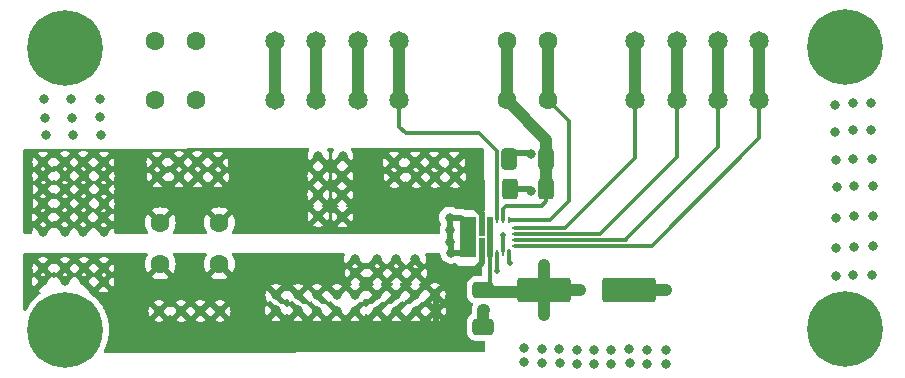
<source format=gbr>
%TF.GenerationSoftware,KiCad,Pcbnew,8.0.3*%
%TF.CreationDate,2024-08-06T18:37:16+01:00*%
%TF.ProjectId,DRV8243 DC Motor Driver Expander,44525638-3234-4332-9044-43204d6f746f,rev?*%
%TF.SameCoordinates,Original*%
%TF.FileFunction,Copper,L1,Top*%
%TF.FilePolarity,Positive*%
%FSLAX46Y46*%
G04 Gerber Fmt 4.6, Leading zero omitted, Abs format (unit mm)*
G04 Created by KiCad (PCBNEW 8.0.3) date 2024-08-06 18:37:16*
%MOMM*%
%LPD*%
G01*
G04 APERTURE LIST*
G04 Aperture macros list*
%AMRoundRect*
0 Rectangle with rounded corners*
0 $1 Rounding radius*
0 $2 $3 $4 $5 $6 $7 $8 $9 X,Y pos of 4 corners*
0 Add a 4 corners polygon primitive as box body*
4,1,4,$2,$3,$4,$5,$6,$7,$8,$9,$2,$3,0*
0 Add four circle primitives for the rounded corners*
1,1,$1+$1,$2,$3*
1,1,$1+$1,$4,$5*
1,1,$1+$1,$6,$7*
1,1,$1+$1,$8,$9*
0 Add four rect primitives between the rounded corners*
20,1,$1+$1,$2,$3,$4,$5,0*
20,1,$1+$1,$4,$5,$6,$7,0*
20,1,$1+$1,$6,$7,$8,$9,0*
20,1,$1+$1,$8,$9,$2,$3,0*%
G04 Aperture macros list end*
%TA.AperFunction,ComponentPad*%
%ADD10C,0.800000*%
%TD*%
%TA.AperFunction,SMDPad,CuDef*%
%ADD11RoundRect,0.250000X0.400000X0.625000X-0.400000X0.625000X-0.400000X-0.625000X0.400000X-0.625000X0*%
%TD*%
%TA.AperFunction,ComponentPad*%
%ADD12C,1.600200*%
%TD*%
%TA.AperFunction,SMDPad,CuDef*%
%ADD13R,0.249999X0.599999*%
%TD*%
%TA.AperFunction,SMDPad,CuDef*%
%ADD14R,0.499999X3.500001*%
%TD*%
%TA.AperFunction,SMDPad,CuDef*%
%ADD15R,0.499999X1.675000*%
%TD*%
%TA.AperFunction,SMDPad,CuDef*%
%ADD16R,1.400000X3.500001*%
%TD*%
%TA.AperFunction,SMDPad,CuDef*%
%ADD17R,0.599999X0.249999*%
%TD*%
%TA.AperFunction,ComponentPad*%
%ADD18C,0.499999*%
%TD*%
%TA.AperFunction,SMDPad,CuDef*%
%ADD19RoundRect,0.250001X-1.999999X-0.799999X1.999999X-0.799999X1.999999X0.799999X-1.999999X0.799999X0*%
%TD*%
%TA.AperFunction,ComponentPad*%
%ADD20C,1.650000*%
%TD*%
%TA.AperFunction,ComponentPad*%
%ADD21C,6.400000*%
%TD*%
%TA.AperFunction,SMDPad,CuDef*%
%ADD22RoundRect,0.250000X0.412500X0.650000X-0.412500X0.650000X-0.412500X-0.650000X0.412500X-0.650000X0*%
%TD*%
%TA.AperFunction,SMDPad,CuDef*%
%ADD23RoundRect,0.250000X-0.650000X0.412500X-0.650000X-0.412500X0.650000X-0.412500X0.650000X0.412500X0*%
%TD*%
%TA.AperFunction,ViaPad*%
%ADD24C,0.800000*%
%TD*%
%TA.AperFunction,ViaPad*%
%ADD25C,0.500000*%
%TD*%
%TA.AperFunction,Conductor*%
%ADD26C,1.000000*%
%TD*%
%TA.AperFunction,Conductor*%
%ADD27C,0.320000*%
%TD*%
%TA.AperFunction,Conductor*%
%ADD28C,0.500000*%
%TD*%
G04 APERTURE END LIST*
D10*
%TO.P,,*%
%TO.N,OUT2*%
X105690000Y-91170000D03*
%TD*%
%TO.P,,*%
%TO.N,VCC*%
X137820000Y-105830000D03*
%TD*%
%TO.P,,*%
%TO.N,OUT2*%
X107380000Y-89960000D03*
%TD*%
%TO.P,,*%
%TO.N,OUT2*%
X96030000Y-93430000D03*
%TD*%
%TO.P,,*%
%TO.N,VCC*%
X134820000Y-105760000D03*
%TD*%
%TO.P,,*%
%TO.N,OUT2*%
X92600000Y-91090000D03*
%TD*%
%TO.P,,*%
%TO.N,OUT1*%
X118980000Y-101190000D03*
%TD*%
%TO.P,,*%
%TO.N,OUT2*%
X127490000Y-91220000D03*
%TD*%
%TO.P,,*%
%TO.N,GND*%
X97540000Y-87630000D03*
%TD*%
%TO.P,,*%
%TO.N,OUT1*%
X104290000Y-102540000D03*
%TD*%
D11*
%TO.P,R1,1*%
%TO.N,IPROPI*%
X135200000Y-92250000D03*
%TO.P,R1,2*%
%TO.N,GND*%
X132100000Y-92250000D03*
%TD*%
D10*
%TO.P,,*%
%TO.N,OUT2*%
X115880000Y-92690000D03*
%TD*%
D12*
%TO.P,J3,1,1*%
%TO.N,NFAULT*%
X135331200Y-84654400D03*
%TO.P,J3,2,2*%
X135331200Y-79654400D03*
%TO.P,J3,3,3*%
%TO.N,IPROPI*%
X131831197Y-84654400D03*
%TO.P,J3,4,4*%
X131831197Y-79654400D03*
%TD*%
D10*
%TO.P,,*%
%TO.N,OUT1*%
X124150000Y-102530000D03*
%TD*%
%TO.P,,*%
%TO.N,GND*%
X162750000Y-89640000D03*
%TD*%
%TO.P,,*%
%TO.N,OUT2*%
X94430000Y-89940000D03*
%TD*%
%TO.P,,*%
%TO.N,VCC*%
X134840000Y-106950000D03*
%TD*%
%TO.P,,*%
%TO.N,OUT1*%
X114170000Y-102500000D03*
%TD*%
D13*
%TO.P,U1,1,FAULT_N*%
%TO.N,NFAULT*%
X132029401Y-94866000D03*
%TO.P,U1,2,IPROPI*%
%TO.N,IPROPI*%
X131529399Y-94866000D03*
%TO.P,U1,3,SLEEP_N*%
%TO.N,NSLEEP*%
X131029400Y-94866000D03*
D14*
%TO.P,U1,4,VM*%
%TO.N,VCC*%
X130454400Y-96266000D03*
D15*
%TO.P,U1,5,OUT2*%
%TO.N,OUT2*%
X129754399Y-95353500D03*
D16*
%TO.P,U1,6,GND*%
%TO.N,GND*%
X128604401Y-96266000D03*
D15*
%TO.P,U1,7,OUT1*%
%TO.N,OUT1*%
X129754399Y-97178500D03*
D13*
%TO.P,U1,8,DRVOFF*%
%TO.N,DRVOFF*%
X131029400Y-97666000D03*
%TO.P,U1,9,EN_IN1*%
%TO.N,IN1*%
X131529399Y-97666000D03*
%TO.P,U1,10,PH_IN2*%
%TO.N,IN2*%
X132029401Y-97666000D03*
D17*
%TO.P,U1,11,SCS_N*%
%TO.N,CSN*%
X132554401Y-97016001D03*
%TO.P,U1,12,SCLK*%
%TO.N,SCLK*%
X132554401Y-96516000D03*
%TO.P,U1,13,SDI*%
%TO.N,SDI*%
X132554401Y-96016000D03*
%TO.P,U1,14,SDO*%
%TO.N,SDO*%
X132554401Y-95515999D03*
D18*
%TO.P,U1,15*%
%TO.N,VCC*%
X130454400Y-95265999D03*
%TO.P,U1,16*%
X130454400Y-97266001D03*
%TO.P,U1,17*%
X130454400Y-96266000D03*
%TO.P,U1,18*%
%TO.N,OUT2*%
X129754399Y-95265999D03*
%TO.P,U1,19*%
%TO.N,OUT1*%
X129754399Y-97266001D03*
%TO.P,U1,20*%
%TO.N,GND*%
X128604401Y-97266001D03*
%TO.P,U1,21*%
X128604401Y-95265999D03*
%TD*%
D12*
%TO.P,J5,1,1*%
%TO.N,OUT1*%
X102520000Y-98577200D03*
%TO.P,J5,2,2*%
X107520000Y-98577200D03*
%TO.P,J5,3,3*%
%TO.N,OUT2*%
X102520000Y-95077197D03*
%TO.P,J5,4,4*%
X107520000Y-95077197D03*
%TD*%
D10*
%TO.P,,*%
%TO.N,OUT1*%
X119040000Y-99320000D03*
%TD*%
%TO.P,,*%
%TO.N,VCC*%
X142250000Y-106990000D03*
%TD*%
%TO.P,,*%
%TO.N,OUT2*%
X117940000Y-94570000D03*
%TD*%
%TO.P,,*%
%TO.N,GND*%
X162820000Y-97080000D03*
%TD*%
%TO.P,,*%
%TO.N,VCC*%
X139230000Y-105870000D03*
%TD*%
%TO.P,,*%
%TO.N,OUT2*%
X115900000Y-89390000D03*
%TD*%
%TO.P,,*%
%TO.N,OUT1*%
X122470000Y-101200000D03*
%TD*%
%TO.P,,*%
%TO.N,OUT2*%
X96010000Y-95850000D03*
%TD*%
%TO.P,,*%
%TO.N,GND*%
X92710000Y-84600000D03*
%TD*%
%TO.P,,*%
%TO.N,OUT2*%
X94450000Y-93430000D03*
%TD*%
%TO.P,,*%
%TO.N,OUT1*%
X97720000Y-100060000D03*
%TD*%
%TO.P,,*%
%TO.N,OUT1*%
X124120000Y-101210000D03*
%TD*%
%TO.P,,*%
%TO.N,OUT1*%
X118980000Y-98160000D03*
%TD*%
%TO.P,,*%
%TO.N,OUT1*%
X122500000Y-102520000D03*
%TD*%
%TO.P,,*%
%TO.N,GND*%
X97430000Y-86150000D03*
%TD*%
%TO.P,,*%
%TO.N,GND*%
X161240000Y-97110000D03*
%TD*%
%TO.P,,*%
%TO.N,OUT1*%
X112320000Y-101180000D03*
%TD*%
%TO.P,,*%
%TO.N,GND*%
X92740000Y-86180000D03*
%TD*%
%TO.P,,*%
%TO.N,OUT2*%
X125770000Y-91200000D03*
%TD*%
D19*
%TO.P,C2,1*%
%TO.N,VCC*%
X135020000Y-100770000D03*
%TO.P,C2,2*%
%TO.N,GND*%
X142220000Y-100770000D03*
%TD*%
D10*
%TO.P,,*%
%TO.N,GND*%
X127070000Y-95680000D03*
%TD*%
%TO.P,,*%
%TO.N,GND*%
X95020000Y-86180000D03*
%TD*%
%TO.P,,*%
%TO.N,VCC*%
X143730000Y-107020000D03*
%TD*%
%TO.P,,*%
%TO.N,OUT2*%
X92570000Y-94610000D03*
%TD*%
%TO.P,,*%
%TO.N,GND*%
X161170000Y-89670000D03*
%TD*%
%TO.P,,*%
%TO.N,VCC*%
X139250000Y-107060000D03*
%TD*%
%TO.P,,*%
%TO.N,GND*%
X159760000Y-97220000D03*
%TD*%
%TO.P,,*%
%TO.N,OUT1*%
X125770000Y-101120000D03*
%TD*%
%TO.P,,*%
%TO.N,GND*%
X162790000Y-99460000D03*
%TD*%
%TO.P,,*%
%TO.N,OUT1*%
X94450000Y-100040000D03*
%TD*%
%TO.P,,*%
%TO.N,OUT2*%
X104080000Y-89940000D03*
%TD*%
%TO.P,,*%
%TO.N,OUT2*%
X92610000Y-93440000D03*
%TD*%
%TO.P,,*%
%TO.N,OUT2*%
X122350000Y-91210000D03*
%TD*%
%TO.P,,*%
%TO.N,OUT2*%
X96010000Y-89940000D03*
%TD*%
%TO.P,,*%
%TO.N,GND*%
X159660000Y-87370000D03*
%TD*%
%TO.P,,*%
%TO.N,OUT2*%
X92590000Y-95860000D03*
%TD*%
%TO.P,,*%
%TO.N,GND*%
X127130000Y-97650000D03*
%TD*%
%TO.P,,*%
%TO.N,OUT1*%
X94460000Y-98900000D03*
%TD*%
%TO.P,,*%
%TO.N,OUT2*%
X104110000Y-91170000D03*
%TD*%
D20*
%TO.P,J2,1,1*%
%TO.N,NSLEEP*%
X122732800Y-84705200D03*
%TO.P,J2,2,2*%
X122732800Y-79705200D03*
%TO.P,J2,3,3*%
%TO.N,IN1*%
X119232800Y-84705200D03*
%TO.P,J2,4,4*%
X119232800Y-79705200D03*
%TO.P,J2,5,5*%
%TO.N,IN2*%
X115732800Y-84705200D03*
%TO.P,J2,6,6*%
X115732800Y-79705200D03*
%TO.P,J2,7,7*%
%TO.N,DRVOFF*%
X112232800Y-84705200D03*
%TO.P,J2,8,8*%
X112232800Y-79705200D03*
%TD*%
D10*
%TO.P,,*%
%TO.N,OUT1*%
X105910000Y-102550000D03*
%TD*%
%TO.P,,*%
%TO.N,GND*%
X92850000Y-87660000D03*
%TD*%
%TO.P,,*%
%TO.N,OUT1*%
X119010000Y-102510000D03*
%TD*%
%TO.P,,*%
%TO.N,OUT2*%
X92610000Y-92240000D03*
%TD*%
%TO.P,,*%
%TO.N,OUT1*%
X114190000Y-101180000D03*
%TD*%
%TO.P,,*%
%TO.N,OUT1*%
X115810000Y-101190000D03*
%TD*%
%TO.P,,*%
%TO.N,GND*%
X127030000Y-94640000D03*
%TD*%
%TO.P,,*%
%TO.N,OUT1*%
X112300000Y-102500000D03*
%TD*%
%TO.P,,*%
%TO.N,GND*%
X162820000Y-94500000D03*
%TD*%
%TO.P,,*%
%TO.N,OUT2*%
X127420000Y-89990000D03*
%TD*%
%TO.P,,*%
%TO.N,GND*%
X162860000Y-91950000D03*
%TD*%
%TO.P,,*%
%TO.N,OUT2*%
X96020000Y-91080000D03*
%TD*%
%TO.P,,*%
%TO.N,VCC*%
X136320000Y-106990000D03*
%TD*%
%TO.P,,*%
%TO.N,GND*%
X95130000Y-87660000D03*
%TD*%
%TO.P,,*%
%TO.N,VCC*%
X140710000Y-107020000D03*
%TD*%
%TO.P,,*%
%TO.N,OUT1*%
X92580000Y-100040000D03*
%TD*%
%TO.P,,*%
%TO.N,GND*%
X161210000Y-99490000D03*
%TD*%
%TO.P,,*%
%TO.N,OUT2*%
X102240000Y-89950000D03*
%TD*%
%TO.P,,*%
%TO.N,OUT2*%
X94430000Y-95850000D03*
%TD*%
%TO.P,,*%
%TO.N,OUT1*%
X96080000Y-98910000D03*
%TD*%
D12*
%TO.P,J1,1,1*%
%TO.N,GND*%
X105537001Y-84709000D03*
%TO.P,J1,2,2*%
X105537001Y-79709000D03*
%TO.P,J1,3,3*%
%TO.N,VCC*%
X102036998Y-84709000D03*
%TO.P,J1,4,4*%
X102036998Y-79709000D03*
%TD*%
D10*
%TO.P,,*%
%TO.N,OUT2*%
X117930000Y-91150000D03*
%TD*%
%TO.P,,*%
%TO.N,GND*%
X161280000Y-91980000D03*
%TD*%
%TO.P,,*%
%TO.N,GND*%
X159760000Y-94640000D03*
%TD*%
%TO.P,,*%
%TO.N,GND*%
X127070000Y-96680000D03*
%TD*%
%TO.P,,*%
%TO.N,OUT1*%
X97730000Y-98920000D03*
%TD*%
%TO.P,,*%
%TO.N,VCC*%
X145330000Y-107040000D03*
%TD*%
%TO.P,,*%
%TO.N,GND*%
X161140000Y-84980000D03*
%TD*%
%TO.P,,*%
%TO.N,VCC*%
X145310000Y-105850000D03*
%TD*%
%TO.P,,*%
%TO.N,OUT2*%
X97730000Y-89960000D03*
%TD*%
%TO.P,H2,1*%
%TO.N,N/C*%
X158128000Y-80183056D03*
X158830944Y-78486000D03*
X158830944Y-81880112D03*
X160528000Y-77783056D03*
D21*
X160528000Y-80183056D03*
D10*
X160528000Y-82583056D03*
X162225056Y-78486000D03*
X162225056Y-81880112D03*
X162928000Y-80183056D03*
%TD*%
%TO.P,,*%
%TO.N,GND*%
X161140000Y-87260000D03*
%TD*%
%TO.P,,*%
%TO.N,VCC*%
X143710000Y-105830000D03*
%TD*%
%TO.P,,*%
%TO.N,OUT2*%
X105660000Y-89940000D03*
%TD*%
%TO.P,,*%
%TO.N,OUT1*%
X122470000Y-98170000D03*
%TD*%
%TO.P,,*%
%TO.N,OUT1*%
X124120000Y-98180000D03*
%TD*%
%TO.P,,*%
%TO.N,GND*%
X94990000Y-84600000D03*
%TD*%
%TO.P,,*%
%TO.N,OUT2*%
X97750000Y-92250000D03*
%TD*%
%TO.P,,*%
%TO.N,OUT2*%
X97750000Y-93450000D03*
%TD*%
%TO.P,,*%
%TO.N,OUT1*%
X115790000Y-102510000D03*
%TD*%
%TO.P,H3,1*%
%TO.N,N/C*%
X92088000Y-104140000D03*
X92790944Y-102442944D03*
X92790944Y-105837056D03*
X94488000Y-101740000D03*
D21*
X94488000Y-104140000D03*
D10*
X94488000Y-106540000D03*
X96185056Y-102442944D03*
X96185056Y-105837056D03*
X96888000Y-104140000D03*
%TD*%
%TO.P,,*%
%TO.N,OUT1*%
X120850000Y-101190000D03*
%TD*%
%TO.P,,*%
%TO.N,OUT2*%
X102270000Y-91180000D03*
%TD*%
%TO.P,,*%
%TO.N,OUT2*%
X97730000Y-95870000D03*
%TD*%
%TO.P,,*%
%TO.N,OUT2*%
X94410000Y-94600000D03*
%TD*%
%TO.P,,*%
%TO.N,OUT1*%
X120910000Y-99320000D03*
%TD*%
%TO.P,,*%
%TO.N,GND*%
X162720000Y-84950000D03*
%TD*%
%TO.P,,*%
%TO.N,OUT2*%
X124120000Y-89970000D03*
%TD*%
%TO.P,,*%
%TO.N,OUT1*%
X122530000Y-99330000D03*
%TD*%
%TO.P,,*%
%TO.N,OUT2*%
X125700000Y-89970000D03*
%TD*%
%TO.P,,*%
%TO.N,OUT2*%
X115880000Y-91110000D03*
%TD*%
%TO.P,,*%
%TO.N,OUT1*%
X124180000Y-99340000D03*
%TD*%
%TO.P,,*%
%TO.N,VCC*%
X133320000Y-106890000D03*
%TD*%
%TO.P,,*%
%TO.N,VCC*%
X142230000Y-105800000D03*
%TD*%
%TO.P,,*%
%TO.N,OUT2*%
X97710000Y-94620000D03*
%TD*%
%TO.P,,*%
%TO.N,OUT1*%
X92590000Y-98900000D03*
%TD*%
%TO.P,,*%
%TO.N,OUT2*%
X107410000Y-91190000D03*
%TD*%
%TO.P,,*%
%TO.N,OUT2*%
X94440000Y-91080000D03*
%TD*%
%TO.P,,*%
%TO.N,GND*%
X161240000Y-94530000D03*
%TD*%
%TO.P,,*%
%TO.N,VCC*%
X136300000Y-105800000D03*
%TD*%
%TO.P,,*%
%TO.N,OUT2*%
X97740000Y-91100000D03*
%TD*%
%TO.P,,*%
%TO.N,OUT1*%
X96070000Y-100050000D03*
%TD*%
D22*
%TO.P,C3,1*%
%TO.N,IPROPI*%
X135202500Y-89640000D03*
%TO.P,C3,2*%
%TO.N,GND*%
X132077500Y-89640000D03*
%TD*%
D10*
%TO.P,,*%
%TO.N,GND*%
X162720000Y-87230000D03*
%TD*%
%TO.P,,*%
%TO.N,OUT2*%
X92590000Y-89950000D03*
%TD*%
%TO.P,,*%
%TO.N,VCC*%
X133300000Y-105700000D03*
%TD*%
%TO.P,,*%
%TO.N,OUT2*%
X115890000Y-94530000D03*
%TD*%
%TO.P,,*%
%TO.N,OUT1*%
X102420000Y-102540000D03*
%TD*%
%TO.P,,*%
%TO.N,OUT1*%
X120880000Y-102510000D03*
%TD*%
%TO.P,,*%
%TO.N,OUT2*%
X95990000Y-94600000D03*
%TD*%
D23*
%TO.P,C1,1*%
%TO.N,VCC*%
X129880000Y-100767500D03*
%TO.P,C1,2*%
%TO.N,GND*%
X129880000Y-103892500D03*
%TD*%
D10*
%TO.P,,*%
%TO.N,GND*%
X159800000Y-92090000D03*
%TD*%
%TO.P,,*%
%TO.N,OUT2*%
X96030000Y-92230000D03*
%TD*%
%TO.P,,*%
%TO.N,OUT2*%
X117950000Y-89430000D03*
%TD*%
%TO.P,,*%
%TO.N,OUT1*%
X117440000Y-102520000D03*
%TD*%
%TO.P,,*%
%TO.N,OUT2*%
X124190000Y-91200000D03*
%TD*%
%TO.P,,*%
%TO.N,GND*%
X159730000Y-99600000D03*
%TD*%
%TO.P,,*%
%TO.N,OUT1*%
X125820000Y-102560002D03*
%TD*%
%TO.P,,*%
%TO.N,OUT2*%
X94450000Y-92230000D03*
%TD*%
%TO.P,,*%
%TO.N,VCC*%
X140690000Y-105830000D03*
%TD*%
%TO.P,,*%
%TO.N,OUT1*%
X107560000Y-102560000D03*
%TD*%
D20*
%TO.P,J4,1,1*%
%TO.N,CSN*%
X153244000Y-84694400D03*
%TO.P,J4,2,2*%
X153244000Y-79694400D03*
%TO.P,J4,3,3*%
%TO.N,SCLK*%
X149744000Y-84694400D03*
%TO.P,J4,4,4*%
X149744000Y-79694400D03*
%TO.P,J4,5,5*%
%TO.N,SDI*%
X146244000Y-84694400D03*
%TO.P,J4,6,6*%
X146244000Y-79694400D03*
%TO.P,J4,7,7*%
%TO.N,SDO*%
X142744000Y-84694400D03*
%TO.P,J4,8,8*%
X142744000Y-79694400D03*
%TD*%
D10*
%TO.P,,*%
%TO.N,OUT2*%
X117930000Y-92730000D03*
%TD*%
%TO.P,H1,1*%
%TO.N,N/C*%
X92088000Y-80264000D03*
X92790944Y-78566944D03*
X92790944Y-81961056D03*
X94488000Y-77864000D03*
D21*
X94488000Y-80264000D03*
D10*
X94488000Y-82664000D03*
X96185056Y-78566944D03*
X96185056Y-81961056D03*
X96888000Y-80264000D03*
%TD*%
%TO.P,,*%
%TO.N,VCC*%
X137840000Y-107020000D03*
%TD*%
%TO.P,,*%
%TO.N,GND*%
X159690000Y-89780000D03*
%TD*%
%TO.P,,*%
%TO.N,OUT2*%
X122280000Y-89980000D03*
%TD*%
%TO.P,,*%
%TO.N,GND*%
X97400000Y-84570000D03*
%TD*%
%TO.P,,*%
%TO.N,OUT1*%
X117460000Y-101200000D03*
%TD*%
%TO.P,H4,1*%
%TO.N,N/C*%
X158128000Y-104093944D03*
X158830944Y-102396888D03*
X158830944Y-105791000D03*
X160528000Y-101693944D03*
D21*
X160528000Y-104093944D03*
D10*
X160528000Y-106493944D03*
X162225056Y-102396888D03*
X162225056Y-105791000D03*
X162928000Y-104093944D03*
%TD*%
%TO.P,,*%
%TO.N,OUT1*%
X120850000Y-98160000D03*
%TD*%
%TO.P,,*%
%TO.N,GND*%
X159660000Y-85090000D03*
%TD*%
D24*
%TO.N,VCC*%
X134990000Y-102890000D03*
X135010000Y-98620000D03*
X138090000Y-100780000D03*
%TO.N,GND*%
X129900000Y-102430000D03*
X133900000Y-89230000D03*
X145340000Y-100790000D03*
X133870000Y-92370000D03*
D25*
%TO.N,DRVOFF*%
X131040000Y-99190000D03*
%TO.N,OUT1*%
X127380000Y-100630000D03*
D24*
X125820000Y-105250000D03*
D25*
%TO.N,OUT2*%
X129260000Y-92640000D03*
X129286000Y-93827600D03*
X129280000Y-91280000D03*
%TO.N,IN2*%
X132090000Y-98450000D03*
%TO.N,IN1*%
X131509985Y-96089985D03*
%TD*%
D26*
%TO.N,VCC*%
X135010000Y-100760000D02*
X135010000Y-98620000D01*
X135020000Y-100770000D02*
X135020000Y-102860000D01*
X135020000Y-100770000D02*
X138080000Y-100770000D01*
D27*
X130454400Y-100193100D02*
X129880000Y-100767500D01*
D26*
X135020000Y-100770000D02*
X135010000Y-100760000D01*
X130062500Y-100950000D02*
X134840000Y-100950000D01*
X135020000Y-102860000D02*
X134990000Y-102890000D01*
X134840000Y-100950000D02*
X135020000Y-100770000D01*
D27*
X130454400Y-97266001D02*
X130454400Y-100193100D01*
D26*
X138080000Y-100770000D02*
X138090000Y-100780000D01*
X129880000Y-100767500D02*
X130062500Y-100950000D01*
D28*
%TO.N,GND*%
X127130000Y-97650000D02*
X127810353Y-97650000D01*
X127978402Y-94640000D02*
X128604401Y-95265999D01*
X133882400Y-89212400D02*
X133900000Y-89230000D01*
X133750000Y-92250000D02*
X133870000Y-92370000D01*
X132082700Y-89212400D02*
X133882400Y-89212400D01*
X127030000Y-94640000D02*
X127978402Y-94640000D01*
D26*
X142220000Y-100770000D02*
X145320000Y-100770000D01*
X129880000Y-103892500D02*
X129880000Y-102450000D01*
D28*
X127130000Y-97650000D02*
X127130000Y-96740000D01*
D26*
X129880000Y-102450000D02*
X129900000Y-102430000D01*
X145320000Y-100770000D02*
X145340000Y-100790000D01*
D28*
X127130000Y-96740000D02*
X127070000Y-96680000D01*
X127070000Y-95680000D02*
X127070000Y-94680000D01*
X127030000Y-94640000D02*
X127030000Y-94691599D01*
X127070000Y-94680000D02*
X127030000Y-94640000D01*
X127070000Y-96680000D02*
X127070000Y-95680000D01*
X132100000Y-92250000D02*
X133750000Y-92250000D01*
D26*
%TO.N,IPROPI*%
X135202500Y-88062500D02*
X135202500Y-89640000D01*
X131831197Y-84691197D02*
X135202500Y-88062500D01*
X135202500Y-92247500D02*
X135200000Y-92250000D01*
D27*
X131770000Y-93660000D02*
X131533200Y-93896800D01*
X131533200Y-93896800D02*
X131533200Y-94234000D01*
D26*
X131831197Y-84654400D02*
X131831197Y-84691197D01*
D27*
X135200000Y-92250000D02*
X135200000Y-93270000D01*
D26*
X135202500Y-89640000D02*
X135202500Y-92247500D01*
X131831197Y-79654400D02*
X131831197Y-84654400D01*
D27*
X135200000Y-93270000D02*
X134810000Y-93660000D01*
X134810000Y-93660000D02*
X131770000Y-93660000D01*
X131521200Y-94234000D02*
X131521200Y-94843600D01*
%TO.N,DRVOFF*%
X131064000Y-99166000D02*
X131040000Y-99190000D01*
X131064000Y-97637600D02*
X131064000Y-98348800D01*
D26*
X112232800Y-79705200D02*
X112232800Y-84705200D01*
D27*
X131064000Y-98247200D02*
X131064000Y-99166000D01*
%TO.N,NFAULT*%
X135534400Y-94843600D02*
X137160000Y-93218000D01*
X137160000Y-86483200D02*
X135331200Y-84654400D01*
X137160000Y-93218000D02*
X137160000Y-86483200D01*
D26*
X135331200Y-79654400D02*
X135331200Y-84654400D01*
D27*
X132105400Y-94843600D02*
X135534400Y-94843600D01*
D28*
%TO.N,OUT1*%
X125820000Y-105250000D02*
X125820000Y-102560002D01*
X129743200Y-98145600D02*
X129743200Y-98506800D01*
X126260000Y-100630000D02*
X125770000Y-101120000D01*
X129743200Y-98506800D02*
X127620000Y-100630000D01*
X129743200Y-98094800D02*
X129743200Y-97231200D01*
X125820000Y-102560002D02*
X125820000Y-101170000D01*
X127620000Y-100630000D02*
X127380000Y-100630000D01*
X127380000Y-100630000D02*
X126260000Y-100630000D01*
X125820000Y-101170000D02*
X125770000Y-101120000D01*
%TO.N,OUT2*%
X129743200Y-94234000D02*
X129692400Y-94234000D01*
X129280000Y-91280000D02*
X129286000Y-91286000D01*
X129743200Y-95453200D02*
X129743200Y-94234000D01*
X129692400Y-94234000D02*
X129286000Y-93827600D01*
X129286000Y-91286000D02*
X129286000Y-93827600D01*
D27*
%TO.N,SCLK*%
X149744000Y-88687201D02*
X141935200Y-96496001D01*
X137312400Y-96520000D02*
X139649200Y-96520000D01*
X139598400Y-96520000D02*
X141935200Y-96520000D01*
X134975600Y-96520000D02*
X137312400Y-96520000D01*
X132588000Y-96520000D02*
X134924800Y-96520000D01*
X149744000Y-84694400D02*
X149744000Y-88687201D01*
D26*
X149744000Y-79694400D02*
X149744000Y-84694400D01*
D27*
%TO.N,SDI*%
X146244000Y-89506800D02*
X139750800Y-96000000D01*
X134975600Y-96012000D02*
X137363200Y-96012000D01*
D26*
X146244000Y-79694400D02*
X146244000Y-84694400D01*
D27*
X137363200Y-96012000D02*
X139750800Y-96012000D01*
X146244000Y-84694400D02*
X146244000Y-89506800D01*
X132562600Y-96012000D02*
X134950200Y-96012000D01*
%TO.N,NSLEEP*%
X122732800Y-86962800D02*
X122732800Y-84705200D01*
D26*
X122732800Y-79705200D02*
X122732800Y-84705200D01*
D27*
X131013200Y-89003200D02*
X129520000Y-87510000D01*
X129520000Y-87510000D02*
X123280000Y-87510000D01*
X123280000Y-87510000D02*
X122732800Y-86962800D01*
X131013200Y-94742000D02*
X131013200Y-89003200D01*
%TO.N,IN2*%
X132080000Y-98440000D02*
X132090000Y-98450000D01*
D26*
X115732800Y-79705200D02*
X115732800Y-84705200D01*
D27*
X132080000Y-97485200D02*
X132080000Y-98440000D01*
%TO.N,IN1*%
X131521200Y-97485200D02*
X131521200Y-96101200D01*
X131544000Y-96234000D02*
X131544000Y-96124000D01*
D26*
X119232800Y-79705200D02*
X119232800Y-84705200D01*
D27*
X131521200Y-96101200D02*
X131509985Y-96089985D01*
X131544000Y-96124000D02*
X131509985Y-96089985D01*
%TO.N,SDO*%
X136792401Y-95515999D02*
X142744000Y-89564400D01*
D26*
X142744000Y-79694400D02*
X142744000Y-84694400D01*
D27*
X132554401Y-95515999D02*
X136792401Y-95515999D01*
X142744000Y-89564400D02*
X142744000Y-84694400D01*
D26*
%TO.N,CSN*%
X153244000Y-79694400D02*
X153244000Y-84694400D01*
D27*
X144131599Y-97016001D02*
X153244000Y-87903600D01*
X132554401Y-97016001D02*
X144131599Y-97016001D01*
X153244000Y-87903600D02*
X153244000Y-84694400D01*
%TD*%
%TA.AperFunction,Conductor*%
%TO.N,OUT2*%
G36*
X129801844Y-88730025D02*
G01*
X129822726Y-88746814D01*
X129915418Y-88839506D01*
X129948903Y-88900829D01*
X129951733Y-88926192D01*
X129992324Y-93986486D01*
X129973178Y-94053682D01*
X129942640Y-94086747D01*
X129846850Y-94158456D01*
X129842077Y-94163229D01*
X129780753Y-94196711D01*
X129711061Y-94191724D01*
X129666719Y-94163225D01*
X129661948Y-94158454D01*
X129554088Y-94077709D01*
X129518300Y-94029900D01*
X129504400Y-94016000D01*
X129456565Y-94016000D01*
X129420000Y-94019931D01*
X129393496Y-94019931D01*
X129352274Y-94015499D01*
X129352267Y-94015499D01*
X128432249Y-94015499D01*
X128365210Y-93995814D01*
X128363359Y-93994602D01*
X128333893Y-93974913D01*
X128197319Y-93918343D01*
X128197309Y-93918340D01*
X128052322Y-93889500D01*
X128052320Y-93889500D01*
X127569337Y-93889500D01*
X127502298Y-93869815D01*
X127496452Y-93865818D01*
X127482734Y-93855851D01*
X127482729Y-93855848D01*
X127309807Y-93778857D01*
X127309802Y-93778855D01*
X127164001Y-93747865D01*
X127124646Y-93739500D01*
X126935354Y-93739500D01*
X126902897Y-93746398D01*
X126750197Y-93778855D01*
X126750192Y-93778857D01*
X126577270Y-93855848D01*
X126577265Y-93855851D01*
X126424129Y-93967111D01*
X126297466Y-94107785D01*
X126202821Y-94271715D01*
X126202818Y-94271722D01*
X126147996Y-94440448D01*
X126144326Y-94451744D01*
X126124540Y-94640000D01*
X126144326Y-94828256D01*
X126144327Y-94828259D01*
X126202818Y-95008277D01*
X126202820Y-95008281D01*
X126202821Y-95008284D01*
X126229620Y-95054701D01*
X126274618Y-95132641D01*
X126291090Y-95200541D01*
X126274618Y-95256638D01*
X126242821Y-95311713D01*
X126191391Y-95470000D01*
X126184326Y-95491744D01*
X126180944Y-95523927D01*
X126164540Y-95680000D01*
X126184326Y-95868258D01*
X126193674Y-95897027D01*
X126195668Y-95966868D01*
X126167523Y-96018723D01*
X126166997Y-96019302D01*
X126107349Y-96055686D01*
X126075040Y-96059922D01*
X108674326Y-96035239D01*
X108607315Y-96015459D01*
X108561635Y-95962590D01*
X108551789Y-95893418D01*
X108572927Y-95840115D01*
X108650220Y-95729729D01*
X108746359Y-95523557D01*
X108746363Y-95523548D01*
X108800745Y-95320589D01*
X115452961Y-95320589D01*
X115610355Y-95390665D01*
X115795406Y-95430000D01*
X115984594Y-95430000D01*
X116169646Y-95390665D01*
X116169651Y-95390663D01*
X116237198Y-95360589D01*
X117502961Y-95360589D01*
X117660355Y-95430665D01*
X117845406Y-95470000D01*
X118034594Y-95470000D01*
X118219646Y-95430665D01*
X118219651Y-95430663D01*
X118377036Y-95360590D01*
X118377037Y-95360589D01*
X117940001Y-94923553D01*
X117940000Y-94923553D01*
X117502961Y-95360589D01*
X116237198Y-95360589D01*
X116327036Y-95320590D01*
X116327037Y-95320589D01*
X115890001Y-94883553D01*
X115890000Y-94883553D01*
X115452961Y-95320589D01*
X108800745Y-95320589D01*
X108805237Y-95303824D01*
X108805239Y-95303814D01*
X108825066Y-95077197D01*
X108825066Y-95077196D01*
X108805239Y-94850579D01*
X108805237Y-94850569D01*
X108746363Y-94630845D01*
X108746359Y-94630836D01*
X108699339Y-94530000D01*
X114985043Y-94530000D01*
X115004819Y-94718154D01*
X115063278Y-94898072D01*
X115063281Y-94898079D01*
X115101745Y-94964700D01*
X115536447Y-94530000D01*
X115496665Y-94490218D01*
X115690000Y-94490218D01*
X115690000Y-94569782D01*
X115720448Y-94643291D01*
X115776709Y-94699552D01*
X115850218Y-94730000D01*
X115929782Y-94730000D01*
X116003291Y-94699552D01*
X116059552Y-94643291D01*
X116090000Y-94569782D01*
X116090000Y-94529999D01*
X116243553Y-94529999D01*
X116243553Y-94530001D01*
X116678253Y-94964701D01*
X116716720Y-94898076D01*
X116775180Y-94718154D01*
X116789576Y-94581185D01*
X116800736Y-94554059D01*
X117025921Y-94554059D01*
X117034874Y-94571838D01*
X117036218Y-94581184D01*
X117054819Y-94758154D01*
X117113278Y-94938072D01*
X117113281Y-94938079D01*
X117151745Y-95004700D01*
X117586447Y-94570000D01*
X117546665Y-94530218D01*
X117740000Y-94530218D01*
X117740000Y-94609782D01*
X117770448Y-94683291D01*
X117826709Y-94739552D01*
X117900218Y-94770000D01*
X117979782Y-94770000D01*
X118053291Y-94739552D01*
X118109552Y-94683291D01*
X118140000Y-94609782D01*
X118140000Y-94569999D01*
X118293553Y-94569999D01*
X118293553Y-94570001D01*
X118728253Y-95004701D01*
X118766720Y-94938076D01*
X118825180Y-94758154D01*
X118844956Y-94570000D01*
X118825180Y-94381845D01*
X118766721Y-94201927D01*
X118766718Y-94201920D01*
X118728253Y-94135297D01*
X118293553Y-94569999D01*
X118140000Y-94569999D01*
X118140000Y-94530218D01*
X118109552Y-94456709D01*
X118053291Y-94400448D01*
X117979782Y-94370000D01*
X117900218Y-94370000D01*
X117826709Y-94400448D01*
X117770448Y-94456709D01*
X117740000Y-94530218D01*
X117546665Y-94530218D01*
X117151745Y-94135298D01*
X117113279Y-94201923D01*
X117054819Y-94381845D01*
X117040423Y-94518815D01*
X117025921Y-94554059D01*
X116800736Y-94554059D01*
X116804077Y-94545938D01*
X116795125Y-94528160D01*
X116793781Y-94518814D01*
X116775180Y-94341845D01*
X116716721Y-94161927D01*
X116716718Y-94161920D01*
X116678253Y-94095297D01*
X116243553Y-94529999D01*
X116090000Y-94529999D01*
X116090000Y-94490218D01*
X116059552Y-94416709D01*
X116003291Y-94360448D01*
X115929782Y-94330000D01*
X115850218Y-94330000D01*
X115776709Y-94360448D01*
X115720448Y-94416709D01*
X115690000Y-94490218D01*
X115496665Y-94490218D01*
X115101745Y-94095298D01*
X115063279Y-94161923D01*
X115004819Y-94341845D01*
X114985043Y-94530000D01*
X108699339Y-94530000D01*
X108650221Y-94424666D01*
X108599096Y-94351652D01*
X108040602Y-94910145D01*
X108028884Y-94866410D01*
X107956989Y-94741884D01*
X107855313Y-94640208D01*
X107730787Y-94568313D01*
X107687049Y-94556593D01*
X108245543Y-93998099D01*
X108245543Y-93998098D01*
X108172537Y-93946979D01*
X108172533Y-93946977D01*
X107966360Y-93850837D01*
X107966351Y-93850833D01*
X107746627Y-93791959D01*
X107746617Y-93791957D01*
X107520001Y-93772131D01*
X107519999Y-93772131D01*
X107293382Y-93791957D01*
X107293372Y-93791959D01*
X107073648Y-93850833D01*
X107073639Y-93850837D01*
X106867463Y-93946979D01*
X106794456Y-93998098D01*
X106794455Y-93998099D01*
X107352950Y-94556593D01*
X107309213Y-94568313D01*
X107184687Y-94640208D01*
X107083011Y-94741884D01*
X107011116Y-94866410D01*
X106999396Y-94910146D01*
X106440902Y-94351652D01*
X106440901Y-94351653D01*
X106389782Y-94424660D01*
X106293640Y-94630836D01*
X106293636Y-94630845D01*
X106234762Y-94850569D01*
X106234760Y-94850579D01*
X106214934Y-95077196D01*
X106214934Y-95077197D01*
X106234760Y-95303814D01*
X106234762Y-95303824D01*
X106293636Y-95523548D01*
X106293640Y-95523557D01*
X106389779Y-95729729D01*
X106464777Y-95836836D01*
X106487104Y-95903043D01*
X106470094Y-95970810D01*
X106419146Y-96018623D01*
X106363026Y-96031960D01*
X103679287Y-96028153D01*
X103612276Y-96008373D01*
X103566596Y-95955504D01*
X103556750Y-95886332D01*
X103577889Y-95833029D01*
X103650215Y-95729736D01*
X103650219Y-95729730D01*
X103746359Y-95523557D01*
X103746363Y-95523548D01*
X103805237Y-95303824D01*
X103805239Y-95303814D01*
X103825066Y-95077197D01*
X103825066Y-95077196D01*
X103805239Y-94850579D01*
X103805237Y-94850569D01*
X103746363Y-94630845D01*
X103746359Y-94630836D01*
X103650221Y-94424666D01*
X103599096Y-94351652D01*
X103040602Y-94910145D01*
X103028884Y-94866410D01*
X102956989Y-94741884D01*
X102855313Y-94640208D01*
X102730787Y-94568313D01*
X102687049Y-94556593D01*
X103245543Y-93998099D01*
X103245543Y-93998098D01*
X103172537Y-93946979D01*
X103172533Y-93946977D01*
X102966360Y-93850837D01*
X102966351Y-93850833D01*
X102746627Y-93791959D01*
X102746617Y-93791957D01*
X102520001Y-93772131D01*
X102519999Y-93772131D01*
X102293382Y-93791957D01*
X102293372Y-93791959D01*
X102073648Y-93850833D01*
X102073639Y-93850837D01*
X101867463Y-93946979D01*
X101794456Y-93998098D01*
X101794455Y-93998099D01*
X102352950Y-94556593D01*
X102309213Y-94568313D01*
X102184687Y-94640208D01*
X102083011Y-94741884D01*
X102011116Y-94866410D01*
X101999396Y-94910146D01*
X101440902Y-94351652D01*
X101440901Y-94351653D01*
X101389782Y-94424660D01*
X101293640Y-94630836D01*
X101293636Y-94630845D01*
X101234762Y-94850569D01*
X101234760Y-94850579D01*
X101214934Y-95077196D01*
X101214934Y-95077197D01*
X101234760Y-95303814D01*
X101234762Y-95303824D01*
X101293636Y-95523548D01*
X101293640Y-95523557D01*
X101389780Y-95729730D01*
X101389783Y-95729734D01*
X101459805Y-95829738D01*
X101482132Y-95895944D01*
X101465121Y-95963712D01*
X101414173Y-96011524D01*
X101358054Y-96024861D01*
X98756608Y-96021171D01*
X98689597Y-96001391D01*
X98643917Y-95948522D01*
X98633463Y-95884208D01*
X98634956Y-95869999D01*
X98615180Y-95681845D01*
X98556721Y-95501927D01*
X98556718Y-95501920D01*
X98518253Y-95435297D01*
X97933546Y-96020004D01*
X97862939Y-96019903D01*
X97899552Y-95983291D01*
X97930000Y-95909782D01*
X97930000Y-95830218D01*
X97899552Y-95756709D01*
X97843291Y-95700448D01*
X97769782Y-95670000D01*
X97690218Y-95670000D01*
X97616709Y-95700448D01*
X97560448Y-95756709D01*
X97530000Y-95830218D01*
X97530000Y-95909782D01*
X97560448Y-95983291D01*
X97596683Y-96019526D01*
X97525873Y-96019426D01*
X96941744Y-95435297D01*
X96901267Y-95440627D01*
X96832231Y-95429862D01*
X96818880Y-95418013D01*
X96798253Y-95415297D01*
X96196011Y-96017539D01*
X96125404Y-96017438D01*
X96179552Y-95963291D01*
X96210000Y-95889782D01*
X96210000Y-95810218D01*
X96179552Y-95736709D01*
X96123291Y-95680448D01*
X96049782Y-95650000D01*
X95970218Y-95650000D01*
X95896709Y-95680448D01*
X95840448Y-95736709D01*
X95810000Y-95810218D01*
X95810000Y-95889782D01*
X95840448Y-95963291D01*
X95894268Y-96017111D01*
X95823458Y-96017011D01*
X95225018Y-95418571D01*
X95221047Y-95413397D01*
X95218945Y-95413398D01*
X95214963Y-95418588D01*
X94618249Y-96015301D01*
X94547642Y-96015200D01*
X94599552Y-95963291D01*
X94630000Y-95889782D01*
X94630000Y-95810218D01*
X94599552Y-95736709D01*
X94543291Y-95680448D01*
X94469782Y-95650000D01*
X94390218Y-95650000D01*
X94316709Y-95680448D01*
X94260448Y-95736709D01*
X94230000Y-95810218D01*
X94230000Y-95889782D01*
X94260448Y-95963291D01*
X94312023Y-96014866D01*
X94241213Y-96014766D01*
X93641745Y-95415298D01*
X93641744Y-95415298D01*
X93614499Y-95462488D01*
X93563932Y-95510704D01*
X93495325Y-95523927D01*
X93430460Y-95497959D01*
X93399724Y-95462487D01*
X93378252Y-95425297D01*
X92790840Y-96012709D01*
X92720234Y-96012608D01*
X92759552Y-95973291D01*
X92790000Y-95899782D01*
X92790000Y-95820218D01*
X92759552Y-95746709D01*
X92703291Y-95690448D01*
X92629782Y-95660000D01*
X92550218Y-95660000D01*
X92476709Y-95690448D01*
X92420448Y-95746709D01*
X92390000Y-95820218D01*
X92390000Y-95899782D01*
X92420448Y-95973291D01*
X92459396Y-96012239D01*
X92388586Y-96012139D01*
X91801745Y-95425298D01*
X91763279Y-95491923D01*
X91704819Y-95671845D01*
X91685043Y-95860001D01*
X91686515Y-95874008D01*
X91673944Y-95942737D01*
X91626212Y-95993760D01*
X91563018Y-96010967D01*
X91055824Y-96010248D01*
X90988813Y-95990468D01*
X90943133Y-95937600D01*
X90932000Y-95886248D01*
X90932000Y-95225000D01*
X92308553Y-95225000D01*
X92590000Y-95506447D01*
X92851447Y-95245000D01*
X92821447Y-95215000D01*
X94148553Y-95215000D01*
X94430000Y-95496447D01*
X94691447Y-95235000D01*
X94671447Y-95215000D01*
X95728553Y-95215000D01*
X96010000Y-95496447D01*
X96271447Y-95235000D01*
X97448553Y-95235000D01*
X97730000Y-95516447D01*
X97991447Y-95255000D01*
X97710000Y-94973553D01*
X97448553Y-95235000D01*
X96271447Y-95235000D01*
X95990000Y-94953553D01*
X95728553Y-95215000D01*
X94671447Y-95215000D01*
X94410000Y-94953553D01*
X94148553Y-95215000D01*
X92821447Y-95215000D01*
X92570000Y-94963553D01*
X92308553Y-95225000D01*
X90932000Y-95225000D01*
X90932000Y-94610000D01*
X91665043Y-94610000D01*
X91684819Y-94798154D01*
X91743278Y-94978072D01*
X91743281Y-94978079D01*
X91781745Y-95044700D01*
X92216447Y-94610000D01*
X92176665Y-94570218D01*
X92370000Y-94570218D01*
X92370000Y-94649782D01*
X92400448Y-94723291D01*
X92456709Y-94779552D01*
X92530218Y-94810000D01*
X92609782Y-94810000D01*
X92683291Y-94779552D01*
X92739552Y-94723291D01*
X92770000Y-94649782D01*
X92770000Y-94609999D01*
X92923553Y-94609999D01*
X92923553Y-94610000D01*
X93358253Y-95044701D01*
X93385499Y-94997511D01*
X93436066Y-94949295D01*
X93504673Y-94936073D01*
X93569538Y-94962041D01*
X93600273Y-94997510D01*
X93621745Y-95034700D01*
X94056447Y-94600000D01*
X94016665Y-94560218D01*
X94210000Y-94560218D01*
X94210000Y-94639782D01*
X94240448Y-94713291D01*
X94296709Y-94769552D01*
X94370218Y-94800000D01*
X94449782Y-94800000D01*
X94523291Y-94769552D01*
X94579552Y-94713291D01*
X94610000Y-94639782D01*
X94610000Y-94599999D01*
X94763553Y-94599999D01*
X94763553Y-94600000D01*
X95194964Y-95031411D01*
X95198946Y-95036600D01*
X95201046Y-95036601D01*
X95205017Y-95031427D01*
X95636446Y-94599999D01*
X95596665Y-94560218D01*
X95790000Y-94560218D01*
X95790000Y-94639782D01*
X95820448Y-94713291D01*
X95876709Y-94769552D01*
X95950218Y-94800000D01*
X96029782Y-94800000D01*
X96103291Y-94769552D01*
X96159552Y-94713291D01*
X96190000Y-94639782D01*
X96190000Y-94599999D01*
X96343553Y-94599999D01*
X96343553Y-94600001D01*
X96778253Y-95034701D01*
X96818731Y-95029372D01*
X96887767Y-95040137D01*
X96901115Y-95051984D01*
X96921745Y-95054700D01*
X97356447Y-94620000D01*
X97316665Y-94580218D01*
X97510000Y-94580218D01*
X97510000Y-94659782D01*
X97540448Y-94733291D01*
X97596709Y-94789552D01*
X97670218Y-94820000D01*
X97749782Y-94820000D01*
X97823291Y-94789552D01*
X97879552Y-94733291D01*
X97910000Y-94659782D01*
X97910000Y-94619999D01*
X98063553Y-94619999D01*
X98063553Y-94620000D01*
X98498253Y-95054701D01*
X98536720Y-94988076D01*
X98595180Y-94808154D01*
X98614956Y-94620000D01*
X98595180Y-94431845D01*
X98536721Y-94251927D01*
X98536718Y-94251920D01*
X98498253Y-94185297D01*
X98063553Y-94619999D01*
X97910000Y-94619999D01*
X97910000Y-94580218D01*
X97879552Y-94506709D01*
X97823291Y-94450448D01*
X97749782Y-94420000D01*
X97670218Y-94420000D01*
X97596709Y-94450448D01*
X97540448Y-94506709D01*
X97510000Y-94580218D01*
X97316665Y-94580218D01*
X96921744Y-94185297D01*
X96881267Y-94190627D01*
X96812231Y-94179862D01*
X96798880Y-94168013D01*
X96778253Y-94165297D01*
X96343553Y-94599999D01*
X96190000Y-94599999D01*
X96190000Y-94560218D01*
X96159552Y-94486709D01*
X96103291Y-94430448D01*
X96029782Y-94400000D01*
X95950218Y-94400000D01*
X95876709Y-94430448D01*
X95820448Y-94486709D01*
X95790000Y-94560218D01*
X95596665Y-94560218D01*
X95205018Y-94168571D01*
X95201047Y-94163397D01*
X95198945Y-94163398D01*
X95194963Y-94168588D01*
X94763553Y-94599999D01*
X94610000Y-94599999D01*
X94610000Y-94560218D01*
X94579552Y-94486709D01*
X94523291Y-94430448D01*
X94449782Y-94400000D01*
X94370218Y-94400000D01*
X94296709Y-94430448D01*
X94240448Y-94486709D01*
X94210000Y-94560218D01*
X94016665Y-94560218D01*
X93621745Y-94165298D01*
X93621744Y-94165298D01*
X93594499Y-94212488D01*
X93543932Y-94260704D01*
X93475325Y-94273927D01*
X93410460Y-94247959D01*
X93379724Y-94212487D01*
X93358252Y-94175297D01*
X92923553Y-94609999D01*
X92770000Y-94609999D01*
X92770000Y-94570218D01*
X92739552Y-94496709D01*
X92683291Y-94440448D01*
X92609782Y-94410000D01*
X92530218Y-94410000D01*
X92456709Y-94440448D01*
X92400448Y-94496709D01*
X92370000Y-94570218D01*
X92176665Y-94570218D01*
X91781745Y-94175298D01*
X91743279Y-94241923D01*
X91684819Y-94421845D01*
X91665043Y-94610000D01*
X90932000Y-94610000D01*
X90932000Y-94045000D01*
X92358553Y-94045000D01*
X92570000Y-94256447D01*
X92791447Y-94035000D01*
X94198553Y-94035000D01*
X94410000Y-94246447D01*
X94621447Y-94035000D01*
X95778553Y-94035000D01*
X95990000Y-94246447D01*
X96181447Y-94055000D01*
X97498553Y-94055000D01*
X97710000Y-94266447D01*
X97961447Y-94015000D01*
X97750000Y-93803553D01*
X97498553Y-94055000D01*
X96181447Y-94055000D01*
X96241447Y-93995000D01*
X96030000Y-93783553D01*
X95778553Y-94035000D01*
X94621447Y-94035000D01*
X94661447Y-93995000D01*
X94450000Y-93783553D01*
X94198553Y-94035000D01*
X92791447Y-94035000D01*
X92821447Y-94005000D01*
X92610000Y-93793553D01*
X92358553Y-94045000D01*
X90932000Y-94045000D01*
X90932000Y-93440000D01*
X91705043Y-93440000D01*
X91724819Y-93628154D01*
X91783278Y-93808072D01*
X91783281Y-93808079D01*
X91821745Y-93874700D01*
X92256447Y-93440000D01*
X92216665Y-93400218D01*
X92410000Y-93400218D01*
X92410000Y-93479782D01*
X92440448Y-93553291D01*
X92496709Y-93609552D01*
X92570218Y-93640000D01*
X92649782Y-93640000D01*
X92723291Y-93609552D01*
X92779552Y-93553291D01*
X92810000Y-93479782D01*
X92810000Y-93439999D01*
X92963553Y-93439999D01*
X92963553Y-93440000D01*
X93398253Y-93874701D01*
X93425499Y-93827511D01*
X93476066Y-93779295D01*
X93544673Y-93766073D01*
X93609538Y-93792041D01*
X93640273Y-93827510D01*
X93661745Y-93864700D01*
X94096447Y-93430000D01*
X94056665Y-93390218D01*
X94250000Y-93390218D01*
X94250000Y-93469782D01*
X94280448Y-93543291D01*
X94336709Y-93599552D01*
X94410218Y-93630000D01*
X94489782Y-93630000D01*
X94563291Y-93599552D01*
X94619552Y-93543291D01*
X94650000Y-93469782D01*
X94650000Y-93429999D01*
X94803553Y-93429999D01*
X94803553Y-93430000D01*
X95234964Y-93861411D01*
X95238946Y-93866600D01*
X95241046Y-93866601D01*
X95245017Y-93861427D01*
X95676446Y-93429999D01*
X95636665Y-93390218D01*
X95830000Y-93390218D01*
X95830000Y-93469782D01*
X95860448Y-93543291D01*
X95916709Y-93599552D01*
X95990218Y-93630000D01*
X96069782Y-93630000D01*
X96143291Y-93599552D01*
X96199552Y-93543291D01*
X96230000Y-93469782D01*
X96230000Y-93429999D01*
X96383553Y-93429999D01*
X96383553Y-93430001D01*
X96818253Y-93864701D01*
X96858731Y-93859372D01*
X96927767Y-93870137D01*
X96941115Y-93881984D01*
X96961745Y-93884700D01*
X97396447Y-93450000D01*
X97356665Y-93410218D01*
X97550000Y-93410218D01*
X97550000Y-93489782D01*
X97580448Y-93563291D01*
X97636709Y-93619552D01*
X97710218Y-93650000D01*
X97789782Y-93650000D01*
X97863291Y-93619552D01*
X97919552Y-93563291D01*
X97950000Y-93489782D01*
X97950000Y-93449999D01*
X98103553Y-93449999D01*
X98103553Y-93450001D01*
X98538253Y-93884701D01*
X98576720Y-93818076D01*
X98635180Y-93638154D01*
X98651741Y-93480589D01*
X115442961Y-93480589D01*
X115484190Y-93498945D01*
X115537427Y-93544195D01*
X115557749Y-93611044D01*
X115538704Y-93678268D01*
X115486338Y-93724524D01*
X115484191Y-93725505D01*
X115452961Y-93739409D01*
X115890000Y-94176447D01*
X115890001Y-94176447D01*
X116327037Y-93739409D01*
X116285809Y-93721053D01*
X116232572Y-93675803D01*
X116212250Y-93608954D01*
X116231295Y-93541730D01*
X116255229Y-93520589D01*
X117492961Y-93520589D01*
X117534190Y-93538945D01*
X117587427Y-93584195D01*
X117607749Y-93651044D01*
X117588704Y-93718268D01*
X117536338Y-93764524D01*
X117534191Y-93765505D01*
X117502961Y-93779409D01*
X117940000Y-94216447D01*
X117940001Y-94216447D01*
X118377037Y-93779409D01*
X118335809Y-93761053D01*
X118282572Y-93715803D01*
X118262250Y-93648954D01*
X118281295Y-93581730D01*
X118333661Y-93535474D01*
X118335809Y-93534493D01*
X118367037Y-93520589D01*
X117930001Y-93083553D01*
X117930000Y-93083553D01*
X117492961Y-93520589D01*
X116255229Y-93520589D01*
X116283661Y-93495474D01*
X116285809Y-93494493D01*
X116317037Y-93480589D01*
X115880001Y-93043553D01*
X115880000Y-93043553D01*
X115442961Y-93480589D01*
X98651741Y-93480589D01*
X98654956Y-93450000D01*
X98635180Y-93261845D01*
X98576721Y-93081927D01*
X98576718Y-93081920D01*
X98538253Y-93015297D01*
X98103553Y-93449999D01*
X97950000Y-93449999D01*
X97950000Y-93410218D01*
X97919552Y-93336709D01*
X97863291Y-93280448D01*
X97789782Y-93250000D01*
X97710218Y-93250000D01*
X97636709Y-93280448D01*
X97580448Y-93336709D01*
X97550000Y-93410218D01*
X97356665Y-93410218D01*
X96961744Y-93015297D01*
X96921267Y-93020627D01*
X96852231Y-93009862D01*
X96838880Y-92998013D01*
X96818253Y-92995297D01*
X96383553Y-93429999D01*
X96230000Y-93429999D01*
X96230000Y-93390218D01*
X96199552Y-93316709D01*
X96143291Y-93260448D01*
X96069782Y-93230000D01*
X95990218Y-93230000D01*
X95916709Y-93260448D01*
X95860448Y-93316709D01*
X95830000Y-93390218D01*
X95636665Y-93390218D01*
X95245018Y-92998571D01*
X95241047Y-92993397D01*
X95238945Y-92993398D01*
X95234963Y-92998588D01*
X94803553Y-93429999D01*
X94650000Y-93429999D01*
X94650000Y-93390218D01*
X94619552Y-93316709D01*
X94563291Y-93260448D01*
X94489782Y-93230000D01*
X94410218Y-93230000D01*
X94336709Y-93260448D01*
X94280448Y-93316709D01*
X94250000Y-93390218D01*
X94056665Y-93390218D01*
X93661745Y-92995298D01*
X93661744Y-92995298D01*
X93634499Y-93042488D01*
X93583932Y-93090704D01*
X93515325Y-93103927D01*
X93450460Y-93077959D01*
X93419724Y-93042487D01*
X93398252Y-93005297D01*
X92963553Y-93439999D01*
X92810000Y-93439999D01*
X92810000Y-93400218D01*
X92779552Y-93326709D01*
X92723291Y-93270448D01*
X92649782Y-93240000D01*
X92570218Y-93240000D01*
X92496709Y-93270448D01*
X92440448Y-93326709D01*
X92410000Y-93400218D01*
X92216665Y-93400218D01*
X91821745Y-93005298D01*
X91783279Y-93071923D01*
X91724819Y-93251845D01*
X91705043Y-93440000D01*
X90932000Y-93440000D01*
X90932000Y-92840000D01*
X92363553Y-92840000D01*
X92610000Y-93086447D01*
X92856447Y-92840000D01*
X92846447Y-92830000D01*
X94203553Y-92830000D01*
X94450000Y-93076447D01*
X94696447Y-92830000D01*
X95783553Y-92830000D01*
X96030000Y-93076447D01*
X96256447Y-92850000D01*
X97503553Y-92850000D01*
X97750000Y-93096447D01*
X97996447Y-92850000D01*
X97836447Y-92690000D01*
X114975043Y-92690000D01*
X114994819Y-92878154D01*
X115053278Y-93058072D01*
X115053281Y-93058079D01*
X115091745Y-93124700D01*
X115526447Y-92690000D01*
X115486665Y-92650218D01*
X115680000Y-92650218D01*
X115680000Y-92729782D01*
X115710448Y-92803291D01*
X115766709Y-92859552D01*
X115840218Y-92890000D01*
X115919782Y-92890000D01*
X115993291Y-92859552D01*
X116049552Y-92803291D01*
X116080000Y-92729782D01*
X116080000Y-92689999D01*
X116233553Y-92689999D01*
X116233553Y-92690000D01*
X116668253Y-93124701D01*
X116706720Y-93058076D01*
X116765180Y-92878154D01*
X116779576Y-92741185D01*
X116790736Y-92714059D01*
X117015921Y-92714059D01*
X117024874Y-92731838D01*
X117026218Y-92741184D01*
X117044819Y-92918154D01*
X117103278Y-93098072D01*
X117103281Y-93098079D01*
X117141745Y-93164700D01*
X117576447Y-92730000D01*
X117536665Y-92690218D01*
X117730000Y-92690218D01*
X117730000Y-92769782D01*
X117760448Y-92843291D01*
X117816709Y-92899552D01*
X117890218Y-92930000D01*
X117969782Y-92930000D01*
X118043291Y-92899552D01*
X118099552Y-92843291D01*
X118130000Y-92769782D01*
X118130000Y-92729999D01*
X118283553Y-92729999D01*
X118283553Y-92730001D01*
X118718253Y-93164701D01*
X118756720Y-93098076D01*
X118815180Y-92918154D01*
X118834956Y-92730000D01*
X118815180Y-92541845D01*
X118756721Y-92361927D01*
X118756718Y-92361920D01*
X118718253Y-92295297D01*
X118283553Y-92729999D01*
X118130000Y-92729999D01*
X118130000Y-92690218D01*
X118099552Y-92616709D01*
X118043291Y-92560448D01*
X117969782Y-92530000D01*
X117890218Y-92530000D01*
X117816709Y-92560448D01*
X117760448Y-92616709D01*
X117730000Y-92690218D01*
X117536665Y-92690218D01*
X117141745Y-92295298D01*
X117103279Y-92361923D01*
X117044819Y-92541845D01*
X117030423Y-92678815D01*
X117015921Y-92714059D01*
X116790736Y-92714059D01*
X116794077Y-92705938D01*
X116785125Y-92688160D01*
X116783781Y-92678814D01*
X116765180Y-92501845D01*
X116706721Y-92321927D01*
X116706718Y-92321920D01*
X116668253Y-92255297D01*
X116233553Y-92689999D01*
X116080000Y-92689999D01*
X116080000Y-92650218D01*
X116049552Y-92576709D01*
X115993291Y-92520448D01*
X115919782Y-92490000D01*
X115840218Y-92490000D01*
X115766709Y-92520448D01*
X115710448Y-92576709D01*
X115680000Y-92650218D01*
X115486665Y-92650218D01*
X115091745Y-92255298D01*
X115053279Y-92321923D01*
X114994819Y-92501845D01*
X114975043Y-92690000D01*
X97836447Y-92690000D01*
X97750000Y-92603553D01*
X97503553Y-92850000D01*
X96256447Y-92850000D01*
X96276447Y-92830000D01*
X96030000Y-92583553D01*
X95783553Y-92830000D01*
X94696447Y-92830000D01*
X94450000Y-92583553D01*
X94203553Y-92830000D01*
X92846447Y-92830000D01*
X92610000Y-92593553D01*
X92363553Y-92840000D01*
X90932000Y-92840000D01*
X90932000Y-92240000D01*
X91705043Y-92240000D01*
X91724819Y-92428154D01*
X91783278Y-92608072D01*
X91783281Y-92608079D01*
X91821745Y-92674700D01*
X92256447Y-92240000D01*
X92216665Y-92200218D01*
X92410000Y-92200218D01*
X92410000Y-92279782D01*
X92440448Y-92353291D01*
X92496709Y-92409552D01*
X92570218Y-92440000D01*
X92649782Y-92440000D01*
X92723291Y-92409552D01*
X92779552Y-92353291D01*
X92810000Y-92279782D01*
X92810000Y-92239999D01*
X92963553Y-92239999D01*
X92963553Y-92240000D01*
X93398253Y-92674701D01*
X93425499Y-92627511D01*
X93476066Y-92579295D01*
X93544673Y-92566073D01*
X93609538Y-92592041D01*
X93640273Y-92627510D01*
X93661745Y-92664700D01*
X94096447Y-92230000D01*
X94056665Y-92190218D01*
X94250000Y-92190218D01*
X94250000Y-92269782D01*
X94280448Y-92343291D01*
X94336709Y-92399552D01*
X94410218Y-92430000D01*
X94489782Y-92430000D01*
X94563291Y-92399552D01*
X94619552Y-92343291D01*
X94650000Y-92269782D01*
X94650000Y-92229999D01*
X94803553Y-92229999D01*
X94803553Y-92230000D01*
X95234964Y-92661411D01*
X95238946Y-92666600D01*
X95241046Y-92666601D01*
X95245017Y-92661427D01*
X95676446Y-92229999D01*
X95636665Y-92190218D01*
X95830000Y-92190218D01*
X95830000Y-92269782D01*
X95860448Y-92343291D01*
X95916709Y-92399552D01*
X95990218Y-92430000D01*
X96069782Y-92430000D01*
X96143291Y-92399552D01*
X96199552Y-92343291D01*
X96230000Y-92269782D01*
X96230000Y-92229999D01*
X96383553Y-92229999D01*
X96383553Y-92230001D01*
X96818253Y-92664701D01*
X96858731Y-92659372D01*
X96927767Y-92670137D01*
X96941115Y-92681984D01*
X96961745Y-92684700D01*
X97396447Y-92250000D01*
X97356665Y-92210218D01*
X97550000Y-92210218D01*
X97550000Y-92289782D01*
X97580448Y-92363291D01*
X97636709Y-92419552D01*
X97710218Y-92450000D01*
X97789782Y-92450000D01*
X97863291Y-92419552D01*
X97919552Y-92363291D01*
X97950000Y-92289782D01*
X97950000Y-92249999D01*
X98103553Y-92249999D01*
X98103553Y-92250001D01*
X98538253Y-92684701D01*
X98576720Y-92618076D01*
X98635180Y-92438154D01*
X98654956Y-92250000D01*
X98635180Y-92061845D01*
X98605529Y-91970589D01*
X101832961Y-91970589D01*
X101990355Y-92040665D01*
X102175406Y-92080000D01*
X102364594Y-92080000D01*
X102549646Y-92040665D01*
X102549651Y-92040663D01*
X102707036Y-91970590D01*
X102707037Y-91970589D01*
X102697037Y-91960589D01*
X103672961Y-91960589D01*
X103830355Y-92030665D01*
X104015406Y-92070000D01*
X104204594Y-92070000D01*
X104389646Y-92030665D01*
X104389651Y-92030663D01*
X104547036Y-91960590D01*
X104547037Y-91960589D01*
X105252961Y-91960589D01*
X105410355Y-92030665D01*
X105595406Y-92070000D01*
X105784594Y-92070000D01*
X105969646Y-92030665D01*
X105969651Y-92030663D01*
X106082118Y-91980589D01*
X106972961Y-91980589D01*
X107130355Y-92050665D01*
X107315406Y-92090000D01*
X107504594Y-92090000D01*
X107689646Y-92050665D01*
X107689651Y-92050663D01*
X107847036Y-91980590D01*
X107847037Y-91980589D01*
X107766448Y-91900000D01*
X115443553Y-91900000D01*
X115880000Y-92336447D01*
X116276447Y-91940000D01*
X117493553Y-91940000D01*
X117930000Y-92376447D01*
X118305858Y-92000589D01*
X121912961Y-92000589D01*
X122070355Y-92070665D01*
X122255406Y-92110000D01*
X122444594Y-92110000D01*
X122629646Y-92070665D01*
X122629651Y-92070663D01*
X122787036Y-92000590D01*
X122787037Y-92000589D01*
X122777037Y-91990589D01*
X123752961Y-91990589D01*
X123910355Y-92060665D01*
X124095406Y-92100000D01*
X124284594Y-92100000D01*
X124469646Y-92060665D01*
X124469651Y-92060663D01*
X124627036Y-91990590D01*
X124627037Y-91990589D01*
X125332961Y-91990589D01*
X125490355Y-92060665D01*
X125675406Y-92100000D01*
X125864594Y-92100000D01*
X126049646Y-92060665D01*
X126049651Y-92060663D01*
X126162118Y-92010589D01*
X127052961Y-92010589D01*
X127210355Y-92080665D01*
X127395406Y-92120000D01*
X127584594Y-92120000D01*
X127769646Y-92080665D01*
X127769651Y-92080663D01*
X127927036Y-92010590D01*
X127927037Y-92010589D01*
X127490001Y-91573553D01*
X127490000Y-91573553D01*
X127052961Y-92010589D01*
X126162118Y-92010589D01*
X126207036Y-91990590D01*
X126207037Y-91990589D01*
X125770001Y-91553553D01*
X125770000Y-91553553D01*
X125332961Y-91990589D01*
X124627037Y-91990589D01*
X124190001Y-91553553D01*
X124190000Y-91553553D01*
X123752961Y-91990589D01*
X122777037Y-91990589D01*
X122350001Y-91563553D01*
X122350000Y-91563553D01*
X121912961Y-92000589D01*
X118305858Y-92000589D01*
X118366447Y-91940000D01*
X117930000Y-91503553D01*
X117493553Y-91940000D01*
X116276447Y-91940000D01*
X116316447Y-91900000D01*
X115880000Y-91463553D01*
X115443553Y-91900000D01*
X107766448Y-91900000D01*
X107410001Y-91543553D01*
X107410000Y-91543553D01*
X106972961Y-91980589D01*
X106082118Y-91980589D01*
X106127036Y-91960590D01*
X106127037Y-91960589D01*
X105690001Y-91523553D01*
X105690000Y-91523553D01*
X105252961Y-91960589D01*
X104547037Y-91960589D01*
X104110001Y-91523553D01*
X104110000Y-91523553D01*
X103672961Y-91960589D01*
X102697037Y-91960589D01*
X102270001Y-91533553D01*
X102270000Y-91533553D01*
X101832961Y-91970589D01*
X98605529Y-91970589D01*
X98576721Y-91881927D01*
X98576718Y-91881920D01*
X98538253Y-91815297D01*
X98103553Y-92249999D01*
X97950000Y-92249999D01*
X97950000Y-92210218D01*
X97919552Y-92136709D01*
X97863291Y-92080448D01*
X97789782Y-92050000D01*
X97710218Y-92050000D01*
X97636709Y-92080448D01*
X97580448Y-92136709D01*
X97550000Y-92210218D01*
X97356665Y-92210218D01*
X96961744Y-91815297D01*
X96921267Y-91820627D01*
X96852231Y-91809862D01*
X96838880Y-91798013D01*
X96818253Y-91795297D01*
X96383553Y-92229999D01*
X96230000Y-92229999D01*
X96230000Y-92190218D01*
X96199552Y-92116709D01*
X96143291Y-92060448D01*
X96069782Y-92030000D01*
X95990218Y-92030000D01*
X95916709Y-92060448D01*
X95860448Y-92116709D01*
X95830000Y-92190218D01*
X95636665Y-92190218D01*
X95245018Y-91798571D01*
X95241047Y-91793397D01*
X95238945Y-91793398D01*
X95234963Y-91798588D01*
X94803553Y-92229999D01*
X94650000Y-92229999D01*
X94650000Y-92190218D01*
X94619552Y-92116709D01*
X94563291Y-92060448D01*
X94489782Y-92030000D01*
X94410218Y-92030000D01*
X94336709Y-92060448D01*
X94280448Y-92116709D01*
X94250000Y-92190218D01*
X94056665Y-92190218D01*
X93661745Y-91795298D01*
X93661744Y-91795298D01*
X93634499Y-91842488D01*
X93583932Y-91890704D01*
X93515325Y-91903927D01*
X93450460Y-91877959D01*
X93419724Y-91842487D01*
X93398252Y-91805297D01*
X92963553Y-92239999D01*
X92810000Y-92239999D01*
X92810000Y-92200218D01*
X92779552Y-92126709D01*
X92723291Y-92070448D01*
X92649782Y-92040000D01*
X92570218Y-92040000D01*
X92496709Y-92070448D01*
X92440448Y-92126709D01*
X92410000Y-92200218D01*
X92216665Y-92200218D01*
X91821745Y-91805298D01*
X91783279Y-91871923D01*
X91724819Y-92051845D01*
X91705043Y-92240000D01*
X90932000Y-92240000D01*
X90932000Y-91660000D01*
X92383553Y-91660000D01*
X92610000Y-91886447D01*
X92826447Y-91670000D01*
X92806447Y-91650000D01*
X94223553Y-91650000D01*
X94450000Y-91876447D01*
X94666447Y-91660000D01*
X94656447Y-91650000D01*
X95803553Y-91650000D01*
X96030000Y-91876447D01*
X96236447Y-91670000D01*
X97523553Y-91670000D01*
X97750000Y-91896447D01*
X97966447Y-91680000D01*
X97740000Y-91453553D01*
X97523553Y-91670000D01*
X96236447Y-91670000D01*
X96246447Y-91660000D01*
X96020000Y-91433553D01*
X95803553Y-91650000D01*
X94656447Y-91650000D01*
X94440000Y-91433553D01*
X94223553Y-91650000D01*
X92806447Y-91650000D01*
X92600000Y-91443553D01*
X92383553Y-91660000D01*
X90932000Y-91660000D01*
X90932000Y-91090000D01*
X91695043Y-91090000D01*
X91714819Y-91278154D01*
X91773278Y-91458072D01*
X91773281Y-91458079D01*
X91811745Y-91524700D01*
X92246447Y-91090000D01*
X92206665Y-91050218D01*
X92400000Y-91050218D01*
X92400000Y-91129782D01*
X92430448Y-91203291D01*
X92486709Y-91259552D01*
X92560218Y-91290000D01*
X92639782Y-91290000D01*
X92713291Y-91259552D01*
X92769552Y-91203291D01*
X92800000Y-91129782D01*
X92800000Y-91089999D01*
X92953553Y-91089999D01*
X92953553Y-91090001D01*
X93388253Y-91524701D01*
X93415499Y-91477511D01*
X93466066Y-91429295D01*
X93534673Y-91416073D01*
X93599538Y-91442041D01*
X93630273Y-91477510D01*
X93651745Y-91514700D01*
X94086447Y-91080000D01*
X94046665Y-91040218D01*
X94240000Y-91040218D01*
X94240000Y-91119782D01*
X94270448Y-91193291D01*
X94326709Y-91249552D01*
X94400218Y-91280000D01*
X94479782Y-91280000D01*
X94553291Y-91249552D01*
X94609552Y-91193291D01*
X94640000Y-91119782D01*
X94640000Y-91079999D01*
X94793553Y-91079999D01*
X94793553Y-91080000D01*
X95224964Y-91511411D01*
X95228946Y-91516600D01*
X95231046Y-91516601D01*
X95235017Y-91511427D01*
X95666446Y-91079999D01*
X95626665Y-91040218D01*
X95820000Y-91040218D01*
X95820000Y-91119782D01*
X95850448Y-91193291D01*
X95906709Y-91249552D01*
X95980218Y-91280000D01*
X96059782Y-91280000D01*
X96133291Y-91249552D01*
X96189552Y-91193291D01*
X96220000Y-91119782D01*
X96220000Y-91079999D01*
X96373553Y-91079999D01*
X96373553Y-91080000D01*
X96808253Y-91514701D01*
X96848731Y-91509372D01*
X96917767Y-91520137D01*
X96931115Y-91531984D01*
X96951745Y-91534700D01*
X97386447Y-91100000D01*
X97346665Y-91060218D01*
X97540000Y-91060218D01*
X97540000Y-91139782D01*
X97570448Y-91213291D01*
X97626709Y-91269552D01*
X97700218Y-91300000D01*
X97779782Y-91300000D01*
X97853291Y-91269552D01*
X97909552Y-91213291D01*
X97940000Y-91139782D01*
X97940000Y-91099999D01*
X98093553Y-91099999D01*
X98093553Y-91100001D01*
X98528253Y-91534701D01*
X98566720Y-91468076D01*
X98625180Y-91288154D01*
X98636548Y-91180000D01*
X101365043Y-91180000D01*
X101384819Y-91368154D01*
X101443278Y-91548072D01*
X101443281Y-91548079D01*
X101481745Y-91614700D01*
X101916447Y-91180000D01*
X101876665Y-91140218D01*
X102070000Y-91140218D01*
X102070000Y-91219782D01*
X102100448Y-91293291D01*
X102156709Y-91349552D01*
X102230218Y-91380000D01*
X102309782Y-91380000D01*
X102383291Y-91349552D01*
X102439552Y-91293291D01*
X102470000Y-91219782D01*
X102470000Y-91179999D01*
X102623553Y-91179999D01*
X102623553Y-91180000D01*
X103058253Y-91614701D01*
X103085499Y-91567511D01*
X103136066Y-91519295D01*
X103204673Y-91506073D01*
X103269538Y-91532041D01*
X103300273Y-91567510D01*
X103321745Y-91604700D01*
X103756447Y-91170000D01*
X103716665Y-91130218D01*
X103910000Y-91130218D01*
X103910000Y-91209782D01*
X103940448Y-91283291D01*
X103996709Y-91339552D01*
X104070218Y-91370000D01*
X104149782Y-91370000D01*
X104223291Y-91339552D01*
X104279552Y-91283291D01*
X104310000Y-91209782D01*
X104310000Y-91169999D01*
X104463553Y-91169999D01*
X104463553Y-91170000D01*
X104894964Y-91601411D01*
X104898946Y-91606600D01*
X104901046Y-91606601D01*
X104905017Y-91601427D01*
X105336446Y-91169999D01*
X105296665Y-91130218D01*
X105490000Y-91130218D01*
X105490000Y-91209782D01*
X105520448Y-91283291D01*
X105576709Y-91339552D01*
X105650218Y-91370000D01*
X105729782Y-91370000D01*
X105803291Y-91339552D01*
X105859552Y-91283291D01*
X105890000Y-91209782D01*
X105890000Y-91169999D01*
X106043553Y-91169999D01*
X106043553Y-91170001D01*
X106478253Y-91604701D01*
X106518731Y-91599372D01*
X106587767Y-91610137D01*
X106601115Y-91621984D01*
X106621745Y-91624700D01*
X107056447Y-91190000D01*
X107016665Y-91150218D01*
X107210000Y-91150218D01*
X107210000Y-91229782D01*
X107240448Y-91303291D01*
X107296709Y-91359552D01*
X107370218Y-91390000D01*
X107449782Y-91390000D01*
X107523291Y-91359552D01*
X107579552Y-91303291D01*
X107610000Y-91229782D01*
X107610000Y-91189999D01*
X107763553Y-91189999D01*
X107763553Y-91190000D01*
X108198253Y-91624701D01*
X108236720Y-91558076D01*
X108295180Y-91378154D01*
X108314956Y-91190000D01*
X108306548Y-91110000D01*
X114975043Y-91110000D01*
X114994819Y-91298154D01*
X115053278Y-91478072D01*
X115053281Y-91478079D01*
X115091745Y-91544700D01*
X115526447Y-91110000D01*
X115486665Y-91070218D01*
X115680000Y-91070218D01*
X115680000Y-91149782D01*
X115710448Y-91223291D01*
X115766709Y-91279552D01*
X115840218Y-91310000D01*
X115919782Y-91310000D01*
X115993291Y-91279552D01*
X116049552Y-91223291D01*
X116080000Y-91149782D01*
X116080000Y-91109999D01*
X116233553Y-91109999D01*
X116233553Y-91110000D01*
X116668253Y-91544701D01*
X116706720Y-91478076D01*
X116765180Y-91298154D01*
X116779576Y-91161185D01*
X116790736Y-91134059D01*
X117015921Y-91134059D01*
X117024874Y-91151838D01*
X117026218Y-91161184D01*
X117044819Y-91338154D01*
X117103278Y-91518072D01*
X117103281Y-91518079D01*
X117141745Y-91584700D01*
X117576447Y-91150000D01*
X117536665Y-91110218D01*
X117730000Y-91110218D01*
X117730000Y-91189782D01*
X117760448Y-91263291D01*
X117816709Y-91319552D01*
X117890218Y-91350000D01*
X117969782Y-91350000D01*
X118043291Y-91319552D01*
X118099552Y-91263291D01*
X118130000Y-91189782D01*
X118130000Y-91149999D01*
X118283553Y-91149999D01*
X118283553Y-91150001D01*
X118718253Y-91584701D01*
X118756720Y-91518076D01*
X118815180Y-91338154D01*
X118828650Y-91210000D01*
X121445043Y-91210000D01*
X121464819Y-91398154D01*
X121523278Y-91578072D01*
X121523281Y-91578079D01*
X121561745Y-91644700D01*
X121996447Y-91210000D01*
X121956665Y-91170218D01*
X122150000Y-91170218D01*
X122150000Y-91249782D01*
X122180448Y-91323291D01*
X122236709Y-91379552D01*
X122310218Y-91410000D01*
X122389782Y-91410000D01*
X122463291Y-91379552D01*
X122519552Y-91323291D01*
X122550000Y-91249782D01*
X122550000Y-91209999D01*
X122703553Y-91209999D01*
X122703553Y-91210001D01*
X123138253Y-91644701D01*
X123165499Y-91597511D01*
X123216066Y-91549295D01*
X123284673Y-91536073D01*
X123349538Y-91562041D01*
X123380273Y-91597510D01*
X123401745Y-91634700D01*
X123836447Y-91200000D01*
X123796665Y-91160218D01*
X123990000Y-91160218D01*
X123990000Y-91239782D01*
X124020448Y-91313291D01*
X124076709Y-91369552D01*
X124150218Y-91400000D01*
X124229782Y-91400000D01*
X124303291Y-91369552D01*
X124359552Y-91313291D01*
X124390000Y-91239782D01*
X124390000Y-91199999D01*
X124543553Y-91199999D01*
X124543553Y-91200000D01*
X124974964Y-91631411D01*
X124978946Y-91636600D01*
X124981046Y-91636601D01*
X124985017Y-91631427D01*
X125416446Y-91199999D01*
X125376665Y-91160218D01*
X125570000Y-91160218D01*
X125570000Y-91239782D01*
X125600448Y-91313291D01*
X125656709Y-91369552D01*
X125730218Y-91400000D01*
X125809782Y-91400000D01*
X125883291Y-91369552D01*
X125939552Y-91313291D01*
X125970000Y-91239782D01*
X125970000Y-91199999D01*
X126123553Y-91199999D01*
X126123553Y-91200000D01*
X126558253Y-91634701D01*
X126598731Y-91629372D01*
X126667767Y-91640137D01*
X126681115Y-91651984D01*
X126701745Y-91654700D01*
X127136447Y-91220000D01*
X127096665Y-91180218D01*
X127290000Y-91180218D01*
X127290000Y-91259782D01*
X127320448Y-91333291D01*
X127376709Y-91389552D01*
X127450218Y-91420000D01*
X127529782Y-91420000D01*
X127603291Y-91389552D01*
X127659552Y-91333291D01*
X127690000Y-91259782D01*
X127690000Y-91219999D01*
X127843553Y-91219999D01*
X127843553Y-91220001D01*
X128278253Y-91654701D01*
X128316720Y-91588076D01*
X128375180Y-91408154D01*
X128394956Y-91220000D01*
X128375180Y-91031845D01*
X128316721Y-90851927D01*
X128316718Y-90851920D01*
X128278253Y-90785297D01*
X127843553Y-91219999D01*
X127690000Y-91219999D01*
X127690000Y-91180218D01*
X127659552Y-91106709D01*
X127603291Y-91050448D01*
X127529782Y-91020000D01*
X127450218Y-91020000D01*
X127376709Y-91050448D01*
X127320448Y-91106709D01*
X127290000Y-91180218D01*
X127096665Y-91180218D01*
X126701744Y-90785297D01*
X126661267Y-90790627D01*
X126592231Y-90779862D01*
X126578880Y-90768013D01*
X126558253Y-90765297D01*
X126123553Y-91199999D01*
X125970000Y-91199999D01*
X125970000Y-91160218D01*
X125939552Y-91086709D01*
X125883291Y-91030448D01*
X125809782Y-91000000D01*
X125730218Y-91000000D01*
X125656709Y-91030448D01*
X125600448Y-91086709D01*
X125570000Y-91160218D01*
X125376665Y-91160218D01*
X124985018Y-90768571D01*
X124981047Y-90763397D01*
X124978945Y-90763398D01*
X124974963Y-90768588D01*
X124543553Y-91199999D01*
X124390000Y-91199999D01*
X124390000Y-91160218D01*
X124359552Y-91086709D01*
X124303291Y-91030448D01*
X124229782Y-91000000D01*
X124150218Y-91000000D01*
X124076709Y-91030448D01*
X124020448Y-91086709D01*
X123990000Y-91160218D01*
X123796665Y-91160218D01*
X123401745Y-90765298D01*
X123401744Y-90765298D01*
X123374499Y-90812488D01*
X123323932Y-90860704D01*
X123255325Y-90873927D01*
X123190460Y-90847959D01*
X123159724Y-90812487D01*
X123138252Y-90775297D01*
X122703553Y-91209999D01*
X122550000Y-91209999D01*
X122550000Y-91170218D01*
X122519552Y-91096709D01*
X122463291Y-91040448D01*
X122389782Y-91010000D01*
X122310218Y-91010000D01*
X122236709Y-91040448D01*
X122180448Y-91096709D01*
X122150000Y-91170218D01*
X121956665Y-91170218D01*
X121561745Y-90775298D01*
X121523279Y-90841923D01*
X121464819Y-91021845D01*
X121445043Y-91210000D01*
X118828650Y-91210000D01*
X118834956Y-91150000D01*
X118815180Y-90961845D01*
X118756721Y-90781927D01*
X118756718Y-90781920D01*
X118718253Y-90715297D01*
X118283553Y-91149999D01*
X118130000Y-91149999D01*
X118130000Y-91110218D01*
X118099552Y-91036709D01*
X118043291Y-90980448D01*
X117969782Y-90950000D01*
X117890218Y-90950000D01*
X117816709Y-90980448D01*
X117760448Y-91036709D01*
X117730000Y-91110218D01*
X117536665Y-91110218D01*
X117141745Y-90715298D01*
X117103279Y-90781923D01*
X117044819Y-90961845D01*
X117030423Y-91098815D01*
X117015921Y-91134059D01*
X116790736Y-91134059D01*
X116794077Y-91125938D01*
X116785125Y-91108160D01*
X116783781Y-91098814D01*
X116765180Y-90921845D01*
X116706721Y-90741927D01*
X116706718Y-90741920D01*
X116668253Y-90675297D01*
X116233553Y-91109999D01*
X116080000Y-91109999D01*
X116080000Y-91070218D01*
X116049552Y-90996709D01*
X115993291Y-90940448D01*
X115919782Y-90910000D01*
X115840218Y-90910000D01*
X115766709Y-90940448D01*
X115710448Y-90996709D01*
X115680000Y-91070218D01*
X115486665Y-91070218D01*
X115091745Y-90675298D01*
X115053279Y-90741923D01*
X114994819Y-90921845D01*
X114975043Y-91110000D01*
X108306548Y-91110000D01*
X108295180Y-91001845D01*
X108236721Y-90821927D01*
X108236718Y-90821920D01*
X108198253Y-90755297D01*
X107763553Y-91189999D01*
X107610000Y-91189999D01*
X107610000Y-91150218D01*
X107579552Y-91076709D01*
X107523291Y-91020448D01*
X107449782Y-90990000D01*
X107370218Y-90990000D01*
X107296709Y-91020448D01*
X107240448Y-91076709D01*
X107210000Y-91150218D01*
X107016665Y-91150218D01*
X106621744Y-90755297D01*
X106581267Y-90760627D01*
X106512231Y-90749862D01*
X106498880Y-90738013D01*
X106478253Y-90735297D01*
X106043553Y-91169999D01*
X105890000Y-91169999D01*
X105890000Y-91130218D01*
X105859552Y-91056709D01*
X105803291Y-91000448D01*
X105729782Y-90970000D01*
X105650218Y-90970000D01*
X105576709Y-91000448D01*
X105520448Y-91056709D01*
X105490000Y-91130218D01*
X105296665Y-91130218D01*
X104905018Y-90738571D01*
X104901047Y-90733397D01*
X104898945Y-90733398D01*
X104894963Y-90738588D01*
X104463553Y-91169999D01*
X104310000Y-91169999D01*
X104310000Y-91130218D01*
X104279552Y-91056709D01*
X104223291Y-91000448D01*
X104149782Y-90970000D01*
X104070218Y-90970000D01*
X103996709Y-91000448D01*
X103940448Y-91056709D01*
X103910000Y-91130218D01*
X103716665Y-91130218D01*
X103321745Y-90735298D01*
X103321744Y-90735298D01*
X103294499Y-90782488D01*
X103243932Y-90830704D01*
X103175325Y-90843927D01*
X103110460Y-90817959D01*
X103079724Y-90782487D01*
X103058252Y-90745297D01*
X102623553Y-91179999D01*
X102470000Y-91179999D01*
X102470000Y-91140218D01*
X102439552Y-91066709D01*
X102383291Y-91010448D01*
X102309782Y-90980000D01*
X102230218Y-90980000D01*
X102156709Y-91010448D01*
X102100448Y-91066709D01*
X102070000Y-91140218D01*
X101876665Y-91140218D01*
X101481745Y-90745298D01*
X101443279Y-90811923D01*
X101384819Y-90991845D01*
X101365043Y-91180000D01*
X98636548Y-91180000D01*
X98644956Y-91100000D01*
X98625180Y-90911845D01*
X98566721Y-90731927D01*
X98566718Y-90731920D01*
X98528253Y-90665297D01*
X98093553Y-91099999D01*
X97940000Y-91099999D01*
X97940000Y-91060218D01*
X97909552Y-90986709D01*
X97853291Y-90930448D01*
X97779782Y-90900000D01*
X97700218Y-90900000D01*
X97626709Y-90930448D01*
X97570448Y-90986709D01*
X97540000Y-91060218D01*
X97346665Y-91060218D01*
X96951744Y-90665297D01*
X96911267Y-90670627D01*
X96842231Y-90659862D01*
X96828880Y-90648013D01*
X96808253Y-90645297D01*
X96373553Y-91079999D01*
X96220000Y-91079999D01*
X96220000Y-91040218D01*
X96189552Y-90966709D01*
X96133291Y-90910448D01*
X96059782Y-90880000D01*
X95980218Y-90880000D01*
X95906709Y-90910448D01*
X95850448Y-90966709D01*
X95820000Y-91040218D01*
X95626665Y-91040218D01*
X95235018Y-90648571D01*
X95231047Y-90643397D01*
X95228945Y-90643398D01*
X95224963Y-90648588D01*
X94793553Y-91079999D01*
X94640000Y-91079999D01*
X94640000Y-91040218D01*
X94609552Y-90966709D01*
X94553291Y-90910448D01*
X94479782Y-90880000D01*
X94400218Y-90880000D01*
X94326709Y-90910448D01*
X94270448Y-90966709D01*
X94240000Y-91040218D01*
X94046665Y-91040218D01*
X93651745Y-90645298D01*
X93651744Y-90645298D01*
X93624499Y-90692488D01*
X93573932Y-90740704D01*
X93505325Y-90753927D01*
X93440460Y-90727959D01*
X93409724Y-90692487D01*
X93388252Y-90655297D01*
X92953553Y-91089999D01*
X92800000Y-91089999D01*
X92800000Y-91050218D01*
X92769552Y-90976709D01*
X92713291Y-90920448D01*
X92639782Y-90890000D01*
X92560218Y-90890000D01*
X92486709Y-90920448D01*
X92430448Y-90976709D01*
X92400000Y-91050218D01*
X92206665Y-91050218D01*
X91811745Y-90655298D01*
X91773279Y-90721923D01*
X91714819Y-90901845D01*
X91695043Y-91090000D01*
X90932000Y-91090000D01*
X90932000Y-90515000D01*
X92378553Y-90515000D01*
X92600000Y-90736447D01*
X92811447Y-90525000D01*
X92791447Y-90505000D01*
X94218553Y-90505000D01*
X94440000Y-90726447D01*
X94651447Y-90515000D01*
X94641447Y-90505000D01*
X95798553Y-90505000D01*
X96020000Y-90726447D01*
X96221447Y-90525000D01*
X97518553Y-90525000D01*
X97740000Y-90746447D01*
X97936447Y-90550000D01*
X101993553Y-90550000D01*
X102270000Y-90826447D01*
X102516447Y-90580000D01*
X102476447Y-90540000D01*
X103833553Y-90540000D01*
X104110000Y-90816447D01*
X104356447Y-90570000D01*
X104326447Y-90540000D01*
X105413553Y-90540000D01*
X105690000Y-90816447D01*
X105936447Y-90570000D01*
X105926447Y-90560000D01*
X107133553Y-90560000D01*
X107410000Y-90836447D01*
X107656447Y-90590000D01*
X107380000Y-90313553D01*
X107133553Y-90560000D01*
X105926447Y-90560000D01*
X105660000Y-90293553D01*
X105413553Y-90540000D01*
X104326447Y-90540000D01*
X104080000Y-90293553D01*
X103833553Y-90540000D01*
X102476447Y-90540000D01*
X102240000Y-90303553D01*
X101993553Y-90550000D01*
X97936447Y-90550000D01*
X97951447Y-90535000D01*
X97730000Y-90313553D01*
X97518553Y-90525000D01*
X96221447Y-90525000D01*
X96231447Y-90515000D01*
X96010000Y-90293553D01*
X95798553Y-90505000D01*
X94641447Y-90505000D01*
X94430000Y-90293553D01*
X94218553Y-90505000D01*
X92791447Y-90505000D01*
X92590000Y-90303553D01*
X92378553Y-90515000D01*
X90932000Y-90515000D01*
X90932000Y-89950000D01*
X91685043Y-89950000D01*
X91704819Y-90138154D01*
X91763278Y-90318072D01*
X91763281Y-90318079D01*
X91801745Y-90384700D01*
X92236447Y-89950000D01*
X92196665Y-89910218D01*
X92390000Y-89910218D01*
X92390000Y-89989782D01*
X92420448Y-90063291D01*
X92476709Y-90119552D01*
X92550218Y-90150000D01*
X92629782Y-90150000D01*
X92703291Y-90119552D01*
X92759552Y-90063291D01*
X92790000Y-89989782D01*
X92790000Y-89949999D01*
X92943553Y-89949999D01*
X92943553Y-89950001D01*
X93378253Y-90384701D01*
X93405499Y-90337511D01*
X93456066Y-90289295D01*
X93524673Y-90276073D01*
X93589538Y-90302041D01*
X93620273Y-90337510D01*
X93641745Y-90374700D01*
X94076447Y-89940000D01*
X94036665Y-89900218D01*
X94230000Y-89900218D01*
X94230000Y-89979782D01*
X94260448Y-90053291D01*
X94316709Y-90109552D01*
X94390218Y-90140000D01*
X94469782Y-90140000D01*
X94543291Y-90109552D01*
X94599552Y-90053291D01*
X94630000Y-89979782D01*
X94630000Y-89939999D01*
X94783553Y-89939999D01*
X94783553Y-89940000D01*
X95214964Y-90371411D01*
X95218946Y-90376600D01*
X95221046Y-90376601D01*
X95225017Y-90371427D01*
X95656446Y-89939999D01*
X95616665Y-89900218D01*
X95810000Y-89900218D01*
X95810000Y-89979782D01*
X95840448Y-90053291D01*
X95896709Y-90109552D01*
X95970218Y-90140000D01*
X96049782Y-90140000D01*
X96123291Y-90109552D01*
X96179552Y-90053291D01*
X96210000Y-89979782D01*
X96210000Y-89939999D01*
X96363553Y-89939999D01*
X96363553Y-89940000D01*
X96798253Y-90374701D01*
X96838731Y-90369372D01*
X96907767Y-90380137D01*
X96921115Y-90391984D01*
X96941745Y-90394700D01*
X97376447Y-89960000D01*
X97336665Y-89920218D01*
X97530000Y-89920218D01*
X97530000Y-89999782D01*
X97560448Y-90073291D01*
X97616709Y-90129552D01*
X97690218Y-90160000D01*
X97769782Y-90160000D01*
X97843291Y-90129552D01*
X97899552Y-90073291D01*
X97930000Y-89999782D01*
X97930000Y-89959999D01*
X98083553Y-89959999D01*
X98083553Y-89960001D01*
X98518253Y-90394701D01*
X98556720Y-90328076D01*
X98615180Y-90148154D01*
X98634956Y-89960000D01*
X98633905Y-89950000D01*
X101335043Y-89950000D01*
X101354819Y-90138154D01*
X101413278Y-90318072D01*
X101413281Y-90318079D01*
X101451745Y-90384700D01*
X101886447Y-89950000D01*
X101846665Y-89910218D01*
X102040000Y-89910218D01*
X102040000Y-89989782D01*
X102070448Y-90063291D01*
X102126709Y-90119552D01*
X102200218Y-90150000D01*
X102279782Y-90150000D01*
X102353291Y-90119552D01*
X102409552Y-90063291D01*
X102440000Y-89989782D01*
X102440000Y-89949999D01*
X102593553Y-89949999D01*
X102593553Y-89950001D01*
X103028253Y-90384701D01*
X103055499Y-90337511D01*
X103106066Y-90289295D01*
X103174673Y-90276073D01*
X103239538Y-90302041D01*
X103270273Y-90337510D01*
X103291745Y-90374700D01*
X103726447Y-89940000D01*
X103686665Y-89900218D01*
X103880000Y-89900218D01*
X103880000Y-89979782D01*
X103910448Y-90053291D01*
X103966709Y-90109552D01*
X104040218Y-90140000D01*
X104119782Y-90140000D01*
X104193291Y-90109552D01*
X104249552Y-90053291D01*
X104280000Y-89979782D01*
X104280000Y-89939999D01*
X104433553Y-89939999D01*
X104433553Y-89940000D01*
X104864964Y-90371411D01*
X104868946Y-90376600D01*
X104871046Y-90376601D01*
X104875017Y-90371427D01*
X105306446Y-89939999D01*
X105266665Y-89900218D01*
X105460000Y-89900218D01*
X105460000Y-89979782D01*
X105490448Y-90053291D01*
X105546709Y-90109552D01*
X105620218Y-90140000D01*
X105699782Y-90140000D01*
X105773291Y-90109552D01*
X105829552Y-90053291D01*
X105860000Y-89979782D01*
X105860000Y-89939999D01*
X106013553Y-89939999D01*
X106013553Y-89940001D01*
X106448253Y-90374701D01*
X106488731Y-90369372D01*
X106557767Y-90380137D01*
X106571115Y-90391984D01*
X106591745Y-90394700D01*
X107026447Y-89960000D01*
X106986665Y-89920218D01*
X107180000Y-89920218D01*
X107180000Y-89999782D01*
X107210448Y-90073291D01*
X107266709Y-90129552D01*
X107340218Y-90160000D01*
X107419782Y-90160000D01*
X107493291Y-90129552D01*
X107549552Y-90073291D01*
X107580000Y-89999782D01*
X107580000Y-89959999D01*
X107733553Y-89959999D01*
X107733553Y-89960000D01*
X108168253Y-90394701D01*
X108206720Y-90328076D01*
X108209536Y-90319409D01*
X115442961Y-90319409D01*
X115880000Y-90756447D01*
X115880001Y-90756447D01*
X116277037Y-90359409D01*
X117492961Y-90359409D01*
X117930000Y-90796447D01*
X117930001Y-90796447D01*
X118166447Y-90560000D01*
X122053553Y-90560000D01*
X122350000Y-90856447D01*
X122576447Y-90630000D01*
X122496447Y-90550000D01*
X123893553Y-90550000D01*
X124190000Y-90846447D01*
X124416447Y-90620000D01*
X124346447Y-90550000D01*
X125473553Y-90550000D01*
X125770000Y-90846447D01*
X125996447Y-90620000D01*
X125946447Y-90570000D01*
X127193553Y-90570000D01*
X127490000Y-90866447D01*
X127716447Y-90640000D01*
X127420000Y-90343553D01*
X127193553Y-90570000D01*
X125946447Y-90570000D01*
X125700000Y-90323553D01*
X125473553Y-90550000D01*
X124346447Y-90550000D01*
X124120000Y-90323553D01*
X123893553Y-90550000D01*
X122496447Y-90550000D01*
X122280000Y-90333553D01*
X122053553Y-90560000D01*
X118166447Y-90560000D01*
X118367036Y-90359410D01*
X118362608Y-90335515D01*
X118369746Y-90266011D01*
X118381302Y-90251529D01*
X118387037Y-90220589D01*
X118146448Y-89980000D01*
X121375043Y-89980000D01*
X121394819Y-90168154D01*
X121453278Y-90348072D01*
X121453281Y-90348079D01*
X121491745Y-90414700D01*
X121926447Y-89980000D01*
X121886665Y-89940218D01*
X122080000Y-89940218D01*
X122080000Y-90019782D01*
X122110448Y-90093291D01*
X122166709Y-90149552D01*
X122240218Y-90180000D01*
X122319782Y-90180000D01*
X122393291Y-90149552D01*
X122449552Y-90093291D01*
X122480000Y-90019782D01*
X122480000Y-89979999D01*
X122633553Y-89979999D01*
X122633553Y-89980000D01*
X123068253Y-90414701D01*
X123095499Y-90367511D01*
X123146066Y-90319295D01*
X123214673Y-90306073D01*
X123279538Y-90332041D01*
X123310273Y-90367510D01*
X123331745Y-90404700D01*
X123766447Y-89970000D01*
X123726665Y-89930218D01*
X123920000Y-89930218D01*
X123920000Y-90009782D01*
X123950448Y-90083291D01*
X124006709Y-90139552D01*
X124080218Y-90170000D01*
X124159782Y-90170000D01*
X124233291Y-90139552D01*
X124289552Y-90083291D01*
X124320000Y-90009782D01*
X124320000Y-89969999D01*
X124473553Y-89969999D01*
X124473553Y-89970000D01*
X124904964Y-90401411D01*
X124908946Y-90406600D01*
X124911046Y-90406601D01*
X124915017Y-90401427D01*
X125346446Y-89969999D01*
X125306665Y-89930218D01*
X125500000Y-89930218D01*
X125500000Y-90009782D01*
X125530448Y-90083291D01*
X125586709Y-90139552D01*
X125660218Y-90170000D01*
X125739782Y-90170000D01*
X125813291Y-90139552D01*
X125869552Y-90083291D01*
X125900000Y-90009782D01*
X125900000Y-89969999D01*
X126053553Y-89969999D01*
X126053553Y-89970001D01*
X126488253Y-90404701D01*
X126528731Y-90399372D01*
X126597767Y-90410137D01*
X126611115Y-90421984D01*
X126631745Y-90424700D01*
X127066447Y-89990000D01*
X127026665Y-89950218D01*
X127220000Y-89950218D01*
X127220000Y-90029782D01*
X127250448Y-90103291D01*
X127306709Y-90159552D01*
X127380218Y-90190000D01*
X127459782Y-90190000D01*
X127533291Y-90159552D01*
X127589552Y-90103291D01*
X127620000Y-90029782D01*
X127620000Y-89989999D01*
X127773553Y-89989999D01*
X127773553Y-89990001D01*
X128208253Y-90424701D01*
X128246720Y-90358076D01*
X128305180Y-90178154D01*
X128324956Y-89990000D01*
X128305180Y-89801845D01*
X128246721Y-89621927D01*
X128246718Y-89621920D01*
X128208253Y-89555297D01*
X127773553Y-89989999D01*
X127620000Y-89989999D01*
X127620000Y-89950218D01*
X127589552Y-89876709D01*
X127533291Y-89820448D01*
X127459782Y-89790000D01*
X127380218Y-89790000D01*
X127306709Y-89820448D01*
X127250448Y-89876709D01*
X127220000Y-89950218D01*
X127026665Y-89950218D01*
X126631744Y-89555297D01*
X126591267Y-89560627D01*
X126522231Y-89549862D01*
X126508880Y-89538013D01*
X126488253Y-89535297D01*
X126053553Y-89969999D01*
X125900000Y-89969999D01*
X125900000Y-89930218D01*
X125869552Y-89856709D01*
X125813291Y-89800448D01*
X125739782Y-89770000D01*
X125660218Y-89770000D01*
X125586709Y-89800448D01*
X125530448Y-89856709D01*
X125500000Y-89930218D01*
X125306665Y-89930218D01*
X124915018Y-89538571D01*
X124911047Y-89533397D01*
X124908945Y-89533398D01*
X124904963Y-89538588D01*
X124473553Y-89969999D01*
X124320000Y-89969999D01*
X124320000Y-89930218D01*
X124289552Y-89856709D01*
X124233291Y-89800448D01*
X124159782Y-89770000D01*
X124080218Y-89770000D01*
X124006709Y-89800448D01*
X123950448Y-89856709D01*
X123920000Y-89930218D01*
X123726665Y-89930218D01*
X123331745Y-89535298D01*
X123331744Y-89535298D01*
X123304499Y-89582488D01*
X123253932Y-89630704D01*
X123185325Y-89643927D01*
X123120460Y-89617959D01*
X123089724Y-89582487D01*
X123068252Y-89545297D01*
X122633553Y-89979999D01*
X122480000Y-89979999D01*
X122480000Y-89940218D01*
X122449552Y-89866709D01*
X122393291Y-89810448D01*
X122319782Y-89780000D01*
X122240218Y-89780000D01*
X122166709Y-89810448D01*
X122110448Y-89866709D01*
X122080000Y-89940218D01*
X121886665Y-89940218D01*
X121491745Y-89545298D01*
X121453279Y-89611923D01*
X121394819Y-89791845D01*
X121375043Y-89980000D01*
X118146448Y-89980000D01*
X117950001Y-89783553D01*
X117950000Y-89783553D01*
X117512961Y-90220589D01*
X117517390Y-90244484D01*
X117510251Y-90313988D01*
X117498696Y-90328467D01*
X117492961Y-90359409D01*
X116277037Y-90359409D01*
X116317036Y-90319410D01*
X116312608Y-90295515D01*
X116319746Y-90226011D01*
X116331302Y-90211529D01*
X116337037Y-90180589D01*
X115900001Y-89743553D01*
X115900000Y-89743553D01*
X115462961Y-90180589D01*
X115467390Y-90204484D01*
X115460251Y-90273988D01*
X115448696Y-90288467D01*
X115442961Y-90319409D01*
X108209536Y-90319409D01*
X108265180Y-90148154D01*
X108284956Y-89960000D01*
X108265180Y-89771845D01*
X108206721Y-89591927D01*
X108206718Y-89591920D01*
X108168253Y-89525297D01*
X107733553Y-89959999D01*
X107580000Y-89959999D01*
X107580000Y-89920218D01*
X107549552Y-89846709D01*
X107493291Y-89790448D01*
X107419782Y-89760000D01*
X107340218Y-89760000D01*
X107266709Y-89790448D01*
X107210448Y-89846709D01*
X107180000Y-89920218D01*
X106986665Y-89920218D01*
X106591744Y-89525297D01*
X106551267Y-89530627D01*
X106482231Y-89519862D01*
X106468880Y-89508013D01*
X106448253Y-89505297D01*
X106013553Y-89939999D01*
X105860000Y-89939999D01*
X105860000Y-89900218D01*
X105829552Y-89826709D01*
X105773291Y-89770448D01*
X105699782Y-89740000D01*
X105620218Y-89740000D01*
X105546709Y-89770448D01*
X105490448Y-89826709D01*
X105460000Y-89900218D01*
X105266665Y-89900218D01*
X104875018Y-89508571D01*
X104871047Y-89503397D01*
X104868945Y-89503398D01*
X104864963Y-89508588D01*
X104433553Y-89939999D01*
X104280000Y-89939999D01*
X104280000Y-89900218D01*
X104249552Y-89826709D01*
X104193291Y-89770448D01*
X104119782Y-89740000D01*
X104040218Y-89740000D01*
X103966709Y-89770448D01*
X103910448Y-89826709D01*
X103880000Y-89900218D01*
X103686665Y-89900218D01*
X103291745Y-89505298D01*
X103291744Y-89505298D01*
X103264499Y-89552488D01*
X103213932Y-89600704D01*
X103145325Y-89613927D01*
X103080460Y-89587959D01*
X103049724Y-89552487D01*
X103028252Y-89515297D01*
X102593553Y-89949999D01*
X102440000Y-89949999D01*
X102440000Y-89910218D01*
X102409552Y-89836709D01*
X102353291Y-89780448D01*
X102279782Y-89750000D01*
X102200218Y-89750000D01*
X102126709Y-89780448D01*
X102070448Y-89836709D01*
X102040000Y-89910218D01*
X101846665Y-89910218D01*
X101451745Y-89515298D01*
X101413279Y-89581923D01*
X101354819Y-89761845D01*
X101335043Y-89950000D01*
X98633905Y-89950000D01*
X98615180Y-89771845D01*
X98556721Y-89591927D01*
X98556718Y-89591920D01*
X98518253Y-89525297D01*
X98083553Y-89959999D01*
X97930000Y-89959999D01*
X97930000Y-89920218D01*
X97899552Y-89846709D01*
X97843291Y-89790448D01*
X97769782Y-89760000D01*
X97690218Y-89760000D01*
X97616709Y-89790448D01*
X97560448Y-89846709D01*
X97530000Y-89920218D01*
X97336665Y-89920218D01*
X96941744Y-89525297D01*
X96901267Y-89530627D01*
X96832231Y-89519862D01*
X96818880Y-89508013D01*
X96798253Y-89505297D01*
X96363553Y-89939999D01*
X96210000Y-89939999D01*
X96210000Y-89900218D01*
X96179552Y-89826709D01*
X96123291Y-89770448D01*
X96049782Y-89740000D01*
X95970218Y-89740000D01*
X95896709Y-89770448D01*
X95840448Y-89826709D01*
X95810000Y-89900218D01*
X95616665Y-89900218D01*
X95225018Y-89508571D01*
X95221047Y-89503397D01*
X95218945Y-89503398D01*
X95214963Y-89508588D01*
X94783553Y-89939999D01*
X94630000Y-89939999D01*
X94630000Y-89900218D01*
X94599552Y-89826709D01*
X94543291Y-89770448D01*
X94469782Y-89740000D01*
X94390218Y-89740000D01*
X94316709Y-89770448D01*
X94260448Y-89826709D01*
X94230000Y-89900218D01*
X94036665Y-89900218D01*
X93641745Y-89505298D01*
X93641744Y-89505298D01*
X93614499Y-89552488D01*
X93563932Y-89600704D01*
X93495325Y-89613927D01*
X93430460Y-89587959D01*
X93399724Y-89552487D01*
X93378252Y-89515297D01*
X92943553Y-89949999D01*
X92790000Y-89949999D01*
X92790000Y-89910218D01*
X92759552Y-89836709D01*
X92703291Y-89780448D01*
X92629782Y-89750000D01*
X92550218Y-89750000D01*
X92476709Y-89780448D01*
X92420448Y-89836709D01*
X92390000Y-89910218D01*
X92196665Y-89910218D01*
X91801745Y-89515298D01*
X91763279Y-89581923D01*
X91704819Y-89761845D01*
X91685043Y-89950000D01*
X90932000Y-89950000D01*
X90932000Y-89159409D01*
X92152961Y-89159409D01*
X92590000Y-89596447D01*
X92590001Y-89596447D01*
X93027037Y-89159409D01*
X93004576Y-89149409D01*
X93992961Y-89149409D01*
X94430000Y-89586447D01*
X94430001Y-89586447D01*
X94867037Y-89149409D01*
X95572961Y-89149409D01*
X96010000Y-89586447D01*
X96010001Y-89586447D01*
X96427037Y-89169409D01*
X97292961Y-89169409D01*
X97730000Y-89606447D01*
X97730001Y-89606447D01*
X98167037Y-89169409D01*
X98144576Y-89159409D01*
X101802961Y-89159409D01*
X102240000Y-89596447D01*
X102240001Y-89596447D01*
X102677037Y-89159409D01*
X102654576Y-89149409D01*
X103642961Y-89149409D01*
X104080000Y-89586447D01*
X104080001Y-89586447D01*
X104517037Y-89149409D01*
X105222961Y-89149409D01*
X105660000Y-89586447D01*
X105660001Y-89586447D01*
X106077037Y-89169409D01*
X106942961Y-89169409D01*
X107380000Y-89606447D01*
X107380001Y-89606447D01*
X107817037Y-89169409D01*
X107659644Y-89099334D01*
X107474594Y-89060000D01*
X107285406Y-89060000D01*
X107100355Y-89099334D01*
X106942961Y-89169409D01*
X106077037Y-89169409D01*
X106097037Y-89149409D01*
X105939644Y-89079334D01*
X105754594Y-89040000D01*
X105565406Y-89040000D01*
X105380355Y-89079334D01*
X105222961Y-89149409D01*
X104517037Y-89149409D01*
X104359644Y-89079334D01*
X104174594Y-89040000D01*
X103985406Y-89040000D01*
X103800355Y-89079334D01*
X103642961Y-89149409D01*
X102654576Y-89149409D01*
X102519644Y-89089334D01*
X102334594Y-89050000D01*
X102145406Y-89050000D01*
X101960355Y-89089334D01*
X101802961Y-89159409D01*
X98144576Y-89159409D01*
X98009644Y-89099334D01*
X97824594Y-89060000D01*
X97635406Y-89060000D01*
X97450355Y-89099334D01*
X97292961Y-89169409D01*
X96427037Y-89169409D01*
X96447037Y-89149409D01*
X96289644Y-89079334D01*
X96104594Y-89040000D01*
X95915406Y-89040000D01*
X95730355Y-89079334D01*
X95572961Y-89149409D01*
X94867037Y-89149409D01*
X94709644Y-89079334D01*
X94524594Y-89040000D01*
X94398531Y-89040000D01*
X94368539Y-89031193D01*
X94362554Y-89035060D01*
X94340313Y-89039484D01*
X94335406Y-89039999D01*
X94150355Y-89079334D01*
X93992961Y-89149409D01*
X93004576Y-89149409D01*
X92869644Y-89089334D01*
X92684594Y-89050000D01*
X92495406Y-89050000D01*
X92310355Y-89089334D01*
X92152961Y-89159409D01*
X90932000Y-89159409D01*
X90932000Y-88923709D01*
X90951685Y-88856670D01*
X91004489Y-88810915D01*
X91055710Y-88799709D01*
X94327060Y-88792164D01*
X94357408Y-88800999D01*
X94363596Y-88797023D01*
X94398244Y-88792000D01*
X115018429Y-88744439D01*
X115085509Y-88763968D01*
X115131385Y-88816667D01*
X115141488Y-88885802D01*
X115126098Y-88930436D01*
X115073282Y-89021918D01*
X115073278Y-89021927D01*
X115014819Y-89201845D01*
X114995043Y-89390000D01*
X115014819Y-89578154D01*
X115073278Y-89758072D01*
X115073281Y-89758079D01*
X115111745Y-89824700D01*
X115586228Y-89350218D01*
X115700000Y-89350218D01*
X115700000Y-89429782D01*
X115730448Y-89503291D01*
X115786709Y-89559552D01*
X115860218Y-89590000D01*
X115939782Y-89590000D01*
X116013291Y-89559552D01*
X116069552Y-89503291D01*
X116100000Y-89429782D01*
X116100000Y-89350218D01*
X116069552Y-89276709D01*
X116013291Y-89220448D01*
X115939782Y-89190000D01*
X115860218Y-89190000D01*
X115786709Y-89220448D01*
X115730448Y-89276709D01*
X115700000Y-89350218D01*
X115586228Y-89350218D01*
X115812318Y-89124128D01*
X115873641Y-89090643D01*
X115943332Y-89095627D01*
X115987680Y-89124128D01*
X116688253Y-89824701D01*
X116726720Y-89758076D01*
X116785180Y-89578154D01*
X116799576Y-89441185D01*
X116814077Y-89405938D01*
X116805125Y-89388160D01*
X116803781Y-89378814D01*
X116785180Y-89201845D01*
X116726721Y-89021927D01*
X116726718Y-89021920D01*
X116671558Y-88926379D01*
X116655085Y-88858478D01*
X116677938Y-88792452D01*
X116732859Y-88749261D01*
X116778655Y-88740379D01*
X117094284Y-88739651D01*
X117161367Y-88759181D01*
X117207243Y-88811880D01*
X117217346Y-88881015D01*
X117201956Y-88925650D01*
X117123280Y-89061923D01*
X117123278Y-89061927D01*
X117064819Y-89241845D01*
X117050423Y-89378815D01*
X117035921Y-89414059D01*
X117044874Y-89431838D01*
X117046218Y-89441184D01*
X117064819Y-89618154D01*
X117123278Y-89798072D01*
X117123281Y-89798079D01*
X117161745Y-89864700D01*
X117636228Y-89390218D01*
X117750000Y-89390218D01*
X117750000Y-89469782D01*
X117780448Y-89543291D01*
X117836709Y-89599552D01*
X117910218Y-89630000D01*
X117989782Y-89630000D01*
X118063291Y-89599552D01*
X118119552Y-89543291D01*
X118150000Y-89469782D01*
X118150000Y-89390218D01*
X118119552Y-89316709D01*
X118063291Y-89260448D01*
X117989782Y-89230000D01*
X117910218Y-89230000D01*
X117836709Y-89260448D01*
X117780448Y-89316709D01*
X117750000Y-89390218D01*
X117636228Y-89390218D01*
X117862318Y-89164128D01*
X117923641Y-89130643D01*
X117993332Y-89135627D01*
X118037680Y-89164128D01*
X118738253Y-89864701D01*
X118776720Y-89798076D01*
X118835180Y-89618154D01*
X118854956Y-89430000D01*
X118835180Y-89241845D01*
X118818142Y-89189409D01*
X121842961Y-89189409D01*
X122280000Y-89626447D01*
X122280001Y-89626447D01*
X122717037Y-89189409D01*
X122694576Y-89179409D01*
X123682961Y-89179409D01*
X124120000Y-89616447D01*
X124120001Y-89616447D01*
X124557037Y-89179409D01*
X125262961Y-89179409D01*
X125700000Y-89616447D01*
X125700001Y-89616447D01*
X126117037Y-89199409D01*
X126982961Y-89199409D01*
X127420000Y-89636447D01*
X127420001Y-89636447D01*
X127857037Y-89199409D01*
X127699644Y-89129334D01*
X127514594Y-89090000D01*
X127325406Y-89090000D01*
X127140355Y-89129334D01*
X126982961Y-89199409D01*
X126117037Y-89199409D01*
X126137037Y-89179409D01*
X125979644Y-89109334D01*
X125794594Y-89070000D01*
X125605406Y-89070000D01*
X125420355Y-89109334D01*
X125262961Y-89179409D01*
X124557037Y-89179409D01*
X124399644Y-89109334D01*
X124214594Y-89070000D01*
X124025406Y-89070000D01*
X123840355Y-89109334D01*
X123682961Y-89179409D01*
X122694576Y-89179409D01*
X122559644Y-89119334D01*
X122374594Y-89080000D01*
X122185406Y-89080000D01*
X122000355Y-89119334D01*
X121842961Y-89189409D01*
X118818142Y-89189409D01*
X118776721Y-89061927D01*
X118776719Y-89061923D01*
X118695768Y-88921709D01*
X118679296Y-88853809D01*
X118702149Y-88787782D01*
X118757071Y-88744592D01*
X118802865Y-88735710D01*
X129734763Y-88710496D01*
X129801844Y-88730025D01*
G37*
%TD.AperFunction*%
%TD*%
%TA.AperFunction,Conductor*%
%TO.N,OUT1*%
G36*
X101362876Y-97622955D02*
G01*
X101429907Y-97642659D01*
X101475647Y-97695475D01*
X101485571Y-97764637D01*
X101464413Y-97818078D01*
X101389783Y-97924662D01*
X101389780Y-97924666D01*
X101293640Y-98130839D01*
X101293636Y-98130848D01*
X101234762Y-98350572D01*
X101234760Y-98350582D01*
X101214934Y-98577199D01*
X101214934Y-98577200D01*
X101234760Y-98803817D01*
X101234762Y-98803827D01*
X101293636Y-99023551D01*
X101293640Y-99023560D01*
X101389780Y-99229733D01*
X101389782Y-99229737D01*
X101440902Y-99302743D01*
X101999396Y-98744249D01*
X102011116Y-98787987D01*
X102083011Y-98912513D01*
X102184687Y-99014189D01*
X102309213Y-99086084D01*
X102352949Y-99097803D01*
X101794455Y-99656296D01*
X101867469Y-99707421D01*
X102073639Y-99803559D01*
X102073648Y-99803563D01*
X102293372Y-99862437D01*
X102293382Y-99862439D01*
X102519999Y-99882266D01*
X102520001Y-99882266D01*
X102746617Y-99862439D01*
X102746627Y-99862437D01*
X102966351Y-99803563D01*
X102966360Y-99803559D01*
X103172532Y-99707420D01*
X103172536Y-99707418D01*
X103245543Y-99656297D01*
X103245543Y-99656296D01*
X102687050Y-99097803D01*
X102730787Y-99086084D01*
X102855313Y-99014189D01*
X102956989Y-98912513D01*
X103028884Y-98787987D01*
X103040603Y-98744249D01*
X103599097Y-99302743D01*
X103650218Y-99229736D01*
X103650220Y-99229732D01*
X103746359Y-99023560D01*
X103746363Y-99023551D01*
X103805237Y-98803827D01*
X103805239Y-98803817D01*
X103825066Y-98577200D01*
X103825066Y-98577199D01*
X103805239Y-98350582D01*
X103805237Y-98350572D01*
X103746363Y-98130848D01*
X103746359Y-98130839D01*
X103650220Y-97924667D01*
X103576045Y-97818735D01*
X103553718Y-97752529D01*
X103570728Y-97684761D01*
X103621676Y-97636948D01*
X103677651Y-97623611D01*
X106361886Y-97624372D01*
X106428915Y-97644075D01*
X106474655Y-97696891D01*
X106484579Y-97766053D01*
X106463422Y-97819493D01*
X106389781Y-97924664D01*
X106389780Y-97924666D01*
X106293640Y-98130839D01*
X106293636Y-98130848D01*
X106234762Y-98350572D01*
X106234760Y-98350582D01*
X106214934Y-98577199D01*
X106214934Y-98577200D01*
X106234760Y-98803817D01*
X106234762Y-98803827D01*
X106293636Y-99023551D01*
X106293640Y-99023560D01*
X106389780Y-99229733D01*
X106389782Y-99229737D01*
X106440902Y-99302743D01*
X106999396Y-98744249D01*
X107011116Y-98787987D01*
X107083011Y-98912513D01*
X107184687Y-99014189D01*
X107309213Y-99086084D01*
X107352949Y-99097803D01*
X106794455Y-99656296D01*
X106867469Y-99707421D01*
X107073639Y-99803559D01*
X107073648Y-99803563D01*
X107293372Y-99862437D01*
X107293382Y-99862439D01*
X107519999Y-99882266D01*
X107520001Y-99882266D01*
X107746617Y-99862439D01*
X107746627Y-99862437D01*
X107966351Y-99803563D01*
X107966360Y-99803559D01*
X108172532Y-99707420D01*
X108172536Y-99707418D01*
X108245543Y-99656297D01*
X108245543Y-99656296D01*
X107909247Y-99320000D01*
X118135043Y-99320000D01*
X118154819Y-99508154D01*
X118213278Y-99688072D01*
X118213281Y-99688079D01*
X118251745Y-99754700D01*
X118686447Y-99320000D01*
X118646665Y-99280218D01*
X118840000Y-99280218D01*
X118840000Y-99359782D01*
X118870448Y-99433291D01*
X118926709Y-99489552D01*
X119000218Y-99520000D01*
X119079782Y-99520000D01*
X119153291Y-99489552D01*
X119209552Y-99433291D01*
X119240000Y-99359782D01*
X119240000Y-99319999D01*
X119393553Y-99319999D01*
X119393553Y-99320001D01*
X119828253Y-99754701D01*
X119867613Y-99686529D01*
X119918181Y-99638314D01*
X119986788Y-99625092D01*
X120051652Y-99651060D01*
X120082387Y-99686530D01*
X120121745Y-99754700D01*
X120556447Y-99320000D01*
X120516665Y-99280218D01*
X120710000Y-99280218D01*
X120710000Y-99359782D01*
X120740448Y-99433291D01*
X120796709Y-99489552D01*
X120870218Y-99520000D01*
X120949782Y-99520000D01*
X121023291Y-99489552D01*
X121079552Y-99433291D01*
X121110000Y-99359782D01*
X121110000Y-99319999D01*
X121263553Y-99319999D01*
X121263553Y-99320000D01*
X121703175Y-99759622D01*
X121741745Y-99764701D01*
X122176447Y-99330000D01*
X122176447Y-99329999D01*
X122136666Y-99290218D01*
X122330000Y-99290218D01*
X122330000Y-99369782D01*
X122360448Y-99443291D01*
X122416709Y-99499552D01*
X122490218Y-99530000D01*
X122569782Y-99530000D01*
X122643291Y-99499552D01*
X122699552Y-99443291D01*
X122730000Y-99369782D01*
X122730000Y-99329999D01*
X122883553Y-99329999D01*
X122883553Y-99330000D01*
X123320547Y-99766994D01*
X123333208Y-99766994D01*
X123391745Y-99774700D01*
X123826447Y-99340000D01*
X123786665Y-99300218D01*
X123980000Y-99300218D01*
X123980000Y-99379782D01*
X124010448Y-99453291D01*
X124066709Y-99509552D01*
X124140218Y-99540000D01*
X124219782Y-99540000D01*
X124293291Y-99509552D01*
X124349552Y-99453291D01*
X124380000Y-99379782D01*
X124380000Y-99339999D01*
X124533553Y-99339999D01*
X124533553Y-99340000D01*
X124968253Y-99774701D01*
X125006720Y-99708076D01*
X125065180Y-99528154D01*
X125084956Y-99340000D01*
X125065180Y-99151845D01*
X125006721Y-98971927D01*
X125006718Y-98971920D01*
X124968253Y-98905297D01*
X124533553Y-99339999D01*
X124380000Y-99339999D01*
X124380000Y-99300218D01*
X124349552Y-99226709D01*
X124293291Y-99170448D01*
X124219782Y-99140000D01*
X124140218Y-99140000D01*
X124066709Y-99170448D01*
X124010448Y-99226709D01*
X123980000Y-99300218D01*
X123786665Y-99300218D01*
X123389451Y-98903004D01*
X123376796Y-98903004D01*
X123318253Y-98895297D01*
X122883553Y-99329999D01*
X122730000Y-99329999D01*
X122730000Y-99290218D01*
X122699552Y-99216709D01*
X122643291Y-99160448D01*
X122569782Y-99130000D01*
X122490218Y-99130000D01*
X122416709Y-99160448D01*
X122360448Y-99216709D01*
X122330000Y-99290218D01*
X122136666Y-99290218D01*
X121736824Y-98890376D01*
X121698253Y-98885297D01*
X121263553Y-99319999D01*
X121110000Y-99319999D01*
X121110000Y-99280218D01*
X121079552Y-99206709D01*
X121023291Y-99150448D01*
X120949782Y-99120000D01*
X120870218Y-99120000D01*
X120796709Y-99150448D01*
X120740448Y-99206709D01*
X120710000Y-99280218D01*
X120516665Y-99280218D01*
X120121745Y-98885298D01*
X120121744Y-98885298D01*
X120082386Y-98953469D01*
X120031819Y-99001684D01*
X119963212Y-99014908D01*
X119898347Y-98988940D01*
X119867612Y-98953468D01*
X119828254Y-98885297D01*
X119828253Y-98885297D01*
X119393553Y-99319999D01*
X119240000Y-99319999D01*
X119240000Y-99280218D01*
X119209552Y-99206709D01*
X119153291Y-99150448D01*
X119079782Y-99120000D01*
X119000218Y-99120000D01*
X118926709Y-99150448D01*
X118870448Y-99206709D01*
X118840000Y-99280218D01*
X118646665Y-99280218D01*
X118251745Y-98885298D01*
X118213279Y-98951923D01*
X118154819Y-99131845D01*
X118135043Y-99320000D01*
X107909247Y-99320000D01*
X107687050Y-99097803D01*
X107730787Y-99086084D01*
X107855313Y-99014189D01*
X107956989Y-98912513D01*
X108028884Y-98787987D01*
X108040603Y-98744249D01*
X108599097Y-99302743D01*
X108650218Y-99229736D01*
X108650220Y-99229732D01*
X108746359Y-99023560D01*
X108746363Y-99023551D01*
X108805237Y-98803827D01*
X108805239Y-98803817D01*
X108813447Y-98710000D01*
X118783553Y-98710000D01*
X119040000Y-98966447D01*
X119236447Y-98770000D01*
X119176447Y-98710000D01*
X120653553Y-98710000D01*
X120910000Y-98966447D01*
X121106447Y-98770000D01*
X121056447Y-98720000D01*
X122273553Y-98720000D01*
X122530000Y-98976447D01*
X122726447Y-98780000D01*
X122676447Y-98730000D01*
X123923553Y-98730000D01*
X124180000Y-98986447D01*
X124376447Y-98790000D01*
X124120000Y-98533553D01*
X123923553Y-98730000D01*
X122676447Y-98730000D01*
X122470000Y-98523553D01*
X122273553Y-98720000D01*
X121056447Y-98720000D01*
X120850000Y-98513553D01*
X120653553Y-98710000D01*
X119176447Y-98710000D01*
X118980000Y-98513553D01*
X118783553Y-98710000D01*
X108813447Y-98710000D01*
X108825066Y-98577200D01*
X108825066Y-98577199D01*
X108805239Y-98350582D01*
X108805237Y-98350572D01*
X108746363Y-98130848D01*
X108746359Y-98130839D01*
X108650220Y-97924667D01*
X108577037Y-97820152D01*
X108554710Y-97753946D01*
X108571720Y-97686178D01*
X108622668Y-97638365D01*
X108678642Y-97625029D01*
X118036015Y-97627680D01*
X118103043Y-97647383D01*
X118148783Y-97700199D01*
X118158707Y-97769361D01*
X118153905Y-97789997D01*
X118094819Y-97971845D01*
X118075043Y-98160000D01*
X118094819Y-98348154D01*
X118153278Y-98528072D01*
X118153281Y-98528079D01*
X118191745Y-98594700D01*
X118666228Y-98120218D01*
X118780000Y-98120218D01*
X118780000Y-98199782D01*
X118810448Y-98273291D01*
X118866709Y-98329552D01*
X118940218Y-98360000D01*
X119019782Y-98360000D01*
X119093291Y-98329552D01*
X119149552Y-98273291D01*
X119180000Y-98199782D01*
X119180000Y-98120218D01*
X119149552Y-98046709D01*
X119093291Y-97990448D01*
X119019782Y-97960000D01*
X118940218Y-97960000D01*
X118866709Y-97990448D01*
X118810448Y-98046709D01*
X118780000Y-98120218D01*
X118666228Y-98120218D01*
X118892318Y-97894128D01*
X118953641Y-97860643D01*
X119023332Y-97865627D01*
X119067680Y-97894128D01*
X119768253Y-98594701D01*
X119807613Y-98526529D01*
X119858181Y-98478314D01*
X119926788Y-98465092D01*
X119991652Y-98491060D01*
X120022387Y-98526530D01*
X120061745Y-98594700D01*
X120536228Y-98120218D01*
X120650000Y-98120218D01*
X120650000Y-98199782D01*
X120680448Y-98273291D01*
X120736709Y-98329552D01*
X120810218Y-98360000D01*
X120889782Y-98360000D01*
X120963291Y-98329552D01*
X121019552Y-98273291D01*
X121050000Y-98199782D01*
X121050000Y-98120218D01*
X121019552Y-98046709D01*
X120963291Y-97990448D01*
X120889782Y-97960000D01*
X120810218Y-97960000D01*
X120736709Y-97990448D01*
X120680448Y-98046709D01*
X120650000Y-98120218D01*
X120536228Y-98120218D01*
X120762318Y-97894128D01*
X120823641Y-97860643D01*
X120893332Y-97865627D01*
X120937680Y-97894128D01*
X121643174Y-98599622D01*
X121681745Y-98604701D01*
X122156229Y-98130218D01*
X122270000Y-98130218D01*
X122270000Y-98209782D01*
X122300448Y-98283291D01*
X122356709Y-98339552D01*
X122430218Y-98370000D01*
X122509782Y-98370000D01*
X122583291Y-98339552D01*
X122639552Y-98283291D01*
X122670000Y-98209782D01*
X122670000Y-98130218D01*
X122639552Y-98056709D01*
X122583291Y-98000448D01*
X122509782Y-97970000D01*
X122430218Y-97970000D01*
X122356709Y-98000448D01*
X122300448Y-98056709D01*
X122270000Y-98130218D01*
X122156229Y-98130218D01*
X122382319Y-97904128D01*
X122443642Y-97870643D01*
X122513334Y-97875627D01*
X122557681Y-97904128D01*
X123260547Y-98606994D01*
X123273208Y-98606994D01*
X123331745Y-98614700D01*
X123806228Y-98140218D01*
X123920000Y-98140218D01*
X123920000Y-98219782D01*
X123950448Y-98293291D01*
X124006709Y-98349552D01*
X124080218Y-98380000D01*
X124159782Y-98380000D01*
X124233291Y-98349552D01*
X124289552Y-98293291D01*
X124320000Y-98219782D01*
X124320000Y-98140218D01*
X124289552Y-98066709D01*
X124233291Y-98010448D01*
X124159782Y-97980000D01*
X124080218Y-97980000D01*
X124006709Y-98010448D01*
X123950448Y-98066709D01*
X123920000Y-98140218D01*
X123806228Y-98140218D01*
X124032318Y-97914128D01*
X124093641Y-97880643D01*
X124163332Y-97885627D01*
X124207680Y-97914128D01*
X124908253Y-98614701D01*
X124946720Y-98548076D01*
X125005180Y-98368154D01*
X125024956Y-98180000D01*
X125005180Y-97991845D01*
X124946721Y-97811927D01*
X124944078Y-97805991D01*
X124946299Y-97805001D01*
X124932408Y-97747798D01*
X124955245Y-97681765D01*
X125010156Y-97638562D01*
X125056297Y-97629670D01*
X126110819Y-97629969D01*
X126177853Y-97649673D01*
X126223593Y-97702490D01*
X126234104Y-97741006D01*
X126244326Y-97838256D01*
X126244327Y-97838259D01*
X126302818Y-98018277D01*
X126302821Y-98018284D01*
X126397467Y-98182216D01*
X126488057Y-98282826D01*
X126524129Y-98322888D01*
X126677265Y-98434148D01*
X126677270Y-98434151D01*
X126850192Y-98511142D01*
X126850197Y-98511144D01*
X127035354Y-98550500D01*
X127035355Y-98550500D01*
X127224644Y-98550500D01*
X127224646Y-98550500D01*
X127409803Y-98511144D01*
X127424023Y-98504812D01*
X127493271Y-98495527D01*
X127543389Y-98515016D01*
X127820000Y-98700000D01*
X129489999Y-98700000D01*
X129490000Y-98700000D01*
X129490505Y-98580730D01*
X129510473Y-98513776D01*
X129519273Y-98502903D01*
X129524085Y-98486517D01*
X129554087Y-98454290D01*
X129595590Y-98423221D01*
X129661053Y-98398805D01*
X129729326Y-98413656D01*
X129778732Y-98463061D01*
X129793900Y-98522489D01*
X129793900Y-99480500D01*
X129774215Y-99547539D01*
X129721411Y-99593294D01*
X129669900Y-99604500D01*
X129179998Y-99604500D01*
X129179980Y-99604501D01*
X129077203Y-99615000D01*
X129077200Y-99615001D01*
X128910668Y-99670185D01*
X128910663Y-99670187D01*
X128761342Y-99762289D01*
X128637289Y-99886342D01*
X128545187Y-100035663D01*
X128545185Y-100035668D01*
X128540436Y-100050000D01*
X128490001Y-100202203D01*
X128490001Y-100202204D01*
X128490000Y-100202204D01*
X128479500Y-100304983D01*
X128479500Y-101230001D01*
X128479501Y-101230019D01*
X128490000Y-101332796D01*
X128490001Y-101332799D01*
X128545185Y-101499331D01*
X128545187Y-101499336D01*
X128558586Y-101521059D01*
X128637288Y-101648656D01*
X128761344Y-101772712D01*
X128910666Y-101864814D01*
X128910668Y-101864814D01*
X128910669Y-101864815D01*
X128911022Y-101864980D01*
X128911223Y-101865157D01*
X128916813Y-101868605D01*
X128916223Y-101869559D01*
X128963463Y-101911150D01*
X128982618Y-101978343D01*
X128973183Y-102024815D01*
X128952538Y-102074660D01*
X128932514Y-102123004D01*
X128926235Y-102138162D01*
X128926233Y-102138167D01*
X128917950Y-102158160D01*
X128917947Y-102158169D01*
X128879500Y-102351456D01*
X128879500Y-102745201D01*
X128859815Y-102812240D01*
X128820598Y-102850739D01*
X128761344Y-102887287D01*
X128637289Y-103011342D01*
X128545187Y-103160663D01*
X128545186Y-103160666D01*
X128490001Y-103327203D01*
X128490001Y-103327204D01*
X128490000Y-103327204D01*
X128479500Y-103429983D01*
X128479500Y-104355001D01*
X128479501Y-104355019D01*
X128490000Y-104457796D01*
X128490001Y-104457799D01*
X128513045Y-104527339D01*
X128545186Y-104624334D01*
X128637288Y-104773656D01*
X128761344Y-104897712D01*
X128910666Y-104989814D01*
X129077203Y-105044999D01*
X129179991Y-105055500D01*
X129912413Y-105055499D01*
X129979451Y-105075183D01*
X130025206Y-105127987D01*
X130036411Y-105178988D01*
X130039487Y-105925711D01*
X130020079Y-105992831D01*
X129967464Y-106038803D01*
X129915710Y-106050222D01*
X97841182Y-106107629D01*
X97774107Y-106088064D01*
X97728258Y-106035342D01*
X97718191Y-105966202D01*
X97730473Y-105927338D01*
X97873214Y-105647194D01*
X98012214Y-105285087D01*
X98112602Y-104910433D01*
X98173278Y-104527338D01*
X98193578Y-104140000D01*
X98173278Y-103752662D01*
X98112602Y-103369567D01*
X98102158Y-103330589D01*
X101982961Y-103330589D01*
X102140355Y-103400665D01*
X102325406Y-103440000D01*
X102514594Y-103440000D01*
X102699646Y-103400665D01*
X102699651Y-103400663D01*
X102857036Y-103330590D01*
X102857037Y-103330589D01*
X103852961Y-103330589D01*
X104010355Y-103400665D01*
X104195406Y-103440000D01*
X104384594Y-103440000D01*
X104569646Y-103400665D01*
X104569651Y-103400663D01*
X104704578Y-103340589D01*
X105472961Y-103340589D01*
X105630355Y-103410665D01*
X105815406Y-103450000D01*
X106004594Y-103450000D01*
X106189646Y-103410665D01*
X106189651Y-103410663D01*
X106324578Y-103350589D01*
X107122961Y-103350589D01*
X107280355Y-103420665D01*
X107465406Y-103460000D01*
X107654594Y-103460000D01*
X107839646Y-103420665D01*
X107839651Y-103420663D01*
X107997036Y-103350590D01*
X107997037Y-103350589D01*
X107937037Y-103290589D01*
X111862961Y-103290589D01*
X112020355Y-103360665D01*
X112205406Y-103400000D01*
X112394594Y-103400000D01*
X112579646Y-103360665D01*
X112579651Y-103360663D01*
X112737036Y-103290590D01*
X112737037Y-103290589D01*
X113732961Y-103290589D01*
X113890355Y-103360665D01*
X114075406Y-103400000D01*
X114264594Y-103400000D01*
X114449646Y-103360665D01*
X114449651Y-103360663D01*
X114584578Y-103300589D01*
X115352961Y-103300589D01*
X115510355Y-103370665D01*
X115695406Y-103410000D01*
X115884594Y-103410000D01*
X116069646Y-103370665D01*
X116069651Y-103370663D01*
X116204578Y-103310589D01*
X117002961Y-103310589D01*
X117160355Y-103380665D01*
X117345406Y-103420000D01*
X117534594Y-103420000D01*
X117719646Y-103380665D01*
X117719651Y-103380663D01*
X117877036Y-103310590D01*
X117877037Y-103310589D01*
X117867037Y-103300589D01*
X118572961Y-103300589D01*
X118730355Y-103370665D01*
X118915406Y-103410000D01*
X119104594Y-103410000D01*
X119289646Y-103370665D01*
X119289651Y-103370663D01*
X119447036Y-103300590D01*
X119447037Y-103300589D01*
X120442961Y-103300589D01*
X120600355Y-103370665D01*
X120785406Y-103410000D01*
X120974594Y-103410000D01*
X121159646Y-103370665D01*
X121159651Y-103370663D01*
X121294578Y-103310589D01*
X122062961Y-103310589D01*
X122220355Y-103380665D01*
X122405406Y-103420000D01*
X122594594Y-103420000D01*
X122779646Y-103380665D01*
X122779651Y-103380663D01*
X122914578Y-103320589D01*
X123712961Y-103320589D01*
X123870355Y-103390665D01*
X124055406Y-103430000D01*
X124244594Y-103430000D01*
X124429646Y-103390665D01*
X124429651Y-103390663D01*
X124519653Y-103350591D01*
X125382961Y-103350591D01*
X125540355Y-103420667D01*
X125725406Y-103460002D01*
X125914594Y-103460002D01*
X126099646Y-103420667D01*
X126099651Y-103420665D01*
X126257036Y-103350592D01*
X126257037Y-103350591D01*
X125820001Y-102913555D01*
X125820000Y-102913555D01*
X125382961Y-103350591D01*
X124519653Y-103350591D01*
X124587036Y-103320590D01*
X124587037Y-103320589D01*
X124150001Y-102883553D01*
X124150000Y-102883553D01*
X123712961Y-103320589D01*
X122914578Y-103320589D01*
X122937036Y-103310590D01*
X122937037Y-103310589D01*
X122500001Y-102873553D01*
X122500000Y-102873553D01*
X122062961Y-103310589D01*
X121294578Y-103310589D01*
X121317036Y-103300590D01*
X121317037Y-103300589D01*
X120880001Y-102863553D01*
X120880000Y-102863553D01*
X120442961Y-103300589D01*
X119447037Y-103300589D01*
X119010001Y-102863553D01*
X119010000Y-102863553D01*
X118572961Y-103300589D01*
X117867037Y-103300589D01*
X117440001Y-102873553D01*
X117440000Y-102873553D01*
X117002961Y-103310589D01*
X116204578Y-103310589D01*
X116227036Y-103300590D01*
X116227037Y-103300589D01*
X115790001Y-102863553D01*
X115790000Y-102863553D01*
X115352961Y-103300589D01*
X114584578Y-103300589D01*
X114607036Y-103290590D01*
X114607037Y-103290589D01*
X114170001Y-102853553D01*
X114170000Y-102853553D01*
X113732961Y-103290589D01*
X112737037Y-103290589D01*
X112300001Y-102853553D01*
X112300000Y-102853553D01*
X111862961Y-103290589D01*
X107937037Y-103290589D01*
X107560001Y-102913553D01*
X107560000Y-102913553D01*
X107122961Y-103350589D01*
X106324578Y-103350589D01*
X106347036Y-103340590D01*
X106347037Y-103340589D01*
X105910001Y-102903553D01*
X105910000Y-102903553D01*
X105472961Y-103340589D01*
X104704578Y-103340589D01*
X104727036Y-103330590D01*
X104727037Y-103330589D01*
X104290001Y-102893553D01*
X104290000Y-102893553D01*
X103852961Y-103330589D01*
X102857037Y-103330589D01*
X102420001Y-102893553D01*
X102420000Y-102893553D01*
X101982961Y-103330589D01*
X98102158Y-103330589D01*
X98012214Y-102994913D01*
X97873214Y-102632806D01*
X97825927Y-102540000D01*
X101515043Y-102540000D01*
X101534819Y-102728154D01*
X101593278Y-102908072D01*
X101593281Y-102908079D01*
X101631745Y-102974700D01*
X102066447Y-102540000D01*
X102026665Y-102500218D01*
X102220000Y-102500218D01*
X102220000Y-102579782D01*
X102250448Y-102653291D01*
X102306709Y-102709552D01*
X102380218Y-102740000D01*
X102459782Y-102740000D01*
X102533291Y-102709552D01*
X102589552Y-102653291D01*
X102620000Y-102579782D01*
X102620000Y-102539999D01*
X102773553Y-102539999D01*
X102773553Y-102540001D01*
X103208253Y-102974701D01*
X103247613Y-102906529D01*
X103298181Y-102858314D01*
X103366788Y-102845092D01*
X103431652Y-102871060D01*
X103462387Y-102906530D01*
X103501745Y-102974700D01*
X103936447Y-102540000D01*
X103896665Y-102500218D01*
X104090000Y-102500218D01*
X104090000Y-102579782D01*
X104120448Y-102653291D01*
X104176709Y-102709552D01*
X104250218Y-102740000D01*
X104329782Y-102740000D01*
X104403291Y-102709552D01*
X104459552Y-102653291D01*
X104490000Y-102579782D01*
X104490000Y-102539999D01*
X104643553Y-102539999D01*
X104643553Y-102540001D01*
X105083174Y-102979622D01*
X105121745Y-102984701D01*
X105556447Y-102550000D01*
X105556447Y-102549999D01*
X105516666Y-102510218D01*
X105710000Y-102510218D01*
X105710000Y-102589782D01*
X105740448Y-102663291D01*
X105796709Y-102719552D01*
X105870218Y-102750000D01*
X105949782Y-102750000D01*
X106023291Y-102719552D01*
X106079552Y-102663291D01*
X106110000Y-102589782D01*
X106110000Y-102549999D01*
X106263553Y-102549999D01*
X106263553Y-102550000D01*
X106700547Y-102986994D01*
X106713208Y-102986994D01*
X106771745Y-102994700D01*
X107206447Y-102560000D01*
X107166665Y-102520218D01*
X107360000Y-102520218D01*
X107360000Y-102599782D01*
X107390448Y-102673291D01*
X107446709Y-102729552D01*
X107520218Y-102760000D01*
X107599782Y-102760000D01*
X107673291Y-102729552D01*
X107729552Y-102673291D01*
X107760000Y-102599782D01*
X107760000Y-102559999D01*
X107913553Y-102559999D01*
X107913553Y-102560001D01*
X108348253Y-102994701D01*
X108386720Y-102928076D01*
X108445180Y-102748154D01*
X108464956Y-102560000D01*
X108458650Y-102500000D01*
X111395043Y-102500000D01*
X111414819Y-102688154D01*
X111473278Y-102868072D01*
X111473281Y-102868079D01*
X111511745Y-102934700D01*
X111946447Y-102500000D01*
X111906665Y-102460218D01*
X112100000Y-102460218D01*
X112100000Y-102539782D01*
X112130448Y-102613291D01*
X112186709Y-102669552D01*
X112260218Y-102700000D01*
X112339782Y-102700000D01*
X112413291Y-102669552D01*
X112469552Y-102613291D01*
X112500000Y-102539782D01*
X112500000Y-102460218D01*
X112469552Y-102386709D01*
X112413291Y-102330448D01*
X112339782Y-102300000D01*
X112260218Y-102300000D01*
X112186709Y-102330448D01*
X112130448Y-102386709D01*
X112100000Y-102460218D01*
X111906665Y-102460218D01*
X111511745Y-102065298D01*
X111473279Y-102131923D01*
X111414819Y-102311845D01*
X111395043Y-102500000D01*
X108458650Y-102500000D01*
X108445180Y-102371845D01*
X108386721Y-102191927D01*
X108386718Y-102191920D01*
X108348253Y-102125297D01*
X107913553Y-102559999D01*
X107760000Y-102559999D01*
X107760000Y-102520218D01*
X107729552Y-102446709D01*
X107673291Y-102390448D01*
X107599782Y-102360000D01*
X107520218Y-102360000D01*
X107446709Y-102390448D01*
X107390448Y-102446709D01*
X107360000Y-102520218D01*
X107166665Y-102520218D01*
X106769451Y-102123004D01*
X106756796Y-102123004D01*
X106698253Y-102115297D01*
X106263553Y-102549999D01*
X106110000Y-102549999D01*
X106110000Y-102510218D01*
X106079552Y-102436709D01*
X106023291Y-102380448D01*
X105949782Y-102350000D01*
X105870218Y-102350000D01*
X105796709Y-102380448D01*
X105740448Y-102436709D01*
X105710000Y-102510218D01*
X105516666Y-102510218D01*
X105116824Y-102110376D01*
X105078253Y-102105297D01*
X104643553Y-102539999D01*
X104490000Y-102539999D01*
X104490000Y-102500218D01*
X104459552Y-102426709D01*
X104403291Y-102370448D01*
X104329782Y-102340000D01*
X104250218Y-102340000D01*
X104176709Y-102370448D01*
X104120448Y-102426709D01*
X104090000Y-102500218D01*
X103896665Y-102500218D01*
X103501745Y-102105298D01*
X103501744Y-102105298D01*
X103462386Y-102173469D01*
X103411819Y-102221684D01*
X103343212Y-102234908D01*
X103278347Y-102208940D01*
X103247612Y-102173468D01*
X103208254Y-102105297D01*
X103208253Y-102105297D01*
X102773553Y-102539999D01*
X102620000Y-102539999D01*
X102620000Y-102500218D01*
X102589552Y-102426709D01*
X102533291Y-102370448D01*
X102459782Y-102340000D01*
X102380218Y-102340000D01*
X102306709Y-102370448D01*
X102250448Y-102426709D01*
X102220000Y-102500218D01*
X102026665Y-102500218D01*
X101631745Y-102105298D01*
X101593279Y-102171923D01*
X101534819Y-102351845D01*
X101515043Y-102540000D01*
X97825927Y-102540000D01*
X97697125Y-102287211D01*
X97663159Y-102234908D01*
X97485877Y-101961917D01*
X97333788Y-101774103D01*
X97313791Y-101749409D01*
X101982961Y-101749409D01*
X102420000Y-102186447D01*
X102420001Y-102186447D01*
X102857037Y-101749409D01*
X103852961Y-101749409D01*
X104290000Y-102186447D01*
X104290001Y-102186447D01*
X104717037Y-101759409D01*
X105472961Y-101759409D01*
X105910000Y-102196447D01*
X105910001Y-102196447D01*
X106337037Y-101769409D01*
X107122961Y-101769409D01*
X107560000Y-102206447D01*
X107560001Y-102206447D01*
X107997037Y-101769409D01*
X107839644Y-101699334D01*
X107654594Y-101660000D01*
X107465406Y-101660000D01*
X107280355Y-101699334D01*
X107122961Y-101769409D01*
X106337037Y-101769409D01*
X106347037Y-101759409D01*
X106189644Y-101689334D01*
X106004594Y-101650000D01*
X105815406Y-101650000D01*
X105630355Y-101689334D01*
X105472961Y-101759409D01*
X104717037Y-101759409D01*
X104727037Y-101749409D01*
X104569644Y-101679334D01*
X104384594Y-101640000D01*
X104195406Y-101640000D01*
X104010355Y-101679334D01*
X103852961Y-101749409D01*
X102857037Y-101749409D01*
X102699644Y-101679334D01*
X102514594Y-101640000D01*
X102325406Y-101640000D01*
X102140355Y-101679334D01*
X101982961Y-101749409D01*
X97313791Y-101749409D01*
X97241781Y-101660484D01*
X96967516Y-101386219D01*
X96901544Y-101332796D01*
X96712858Y-101180000D01*
X111415043Y-101180000D01*
X111434819Y-101368154D01*
X111493278Y-101548072D01*
X111493283Y-101548084D01*
X111587870Y-101711915D01*
X111587872Y-101711918D01*
X111666809Y-101799585D01*
X111722293Y-101744102D01*
X111783616Y-101710617D01*
X111853308Y-101715601D01*
X111897655Y-101744102D01*
X112300000Y-102146447D01*
X113088253Y-102934701D01*
X113127613Y-102866529D01*
X113178181Y-102818314D01*
X113246788Y-102805092D01*
X113311652Y-102831060D01*
X113342387Y-102866530D01*
X113381745Y-102934700D01*
X113816447Y-102500000D01*
X113776665Y-102460218D01*
X113970000Y-102460218D01*
X113970000Y-102539782D01*
X114000448Y-102613291D01*
X114056709Y-102669552D01*
X114130218Y-102700000D01*
X114209782Y-102700000D01*
X114283291Y-102669552D01*
X114339552Y-102613291D01*
X114370000Y-102539782D01*
X114370000Y-102460218D01*
X114339552Y-102386709D01*
X114283291Y-102330448D01*
X114209782Y-102300000D01*
X114130218Y-102300000D01*
X114056709Y-102330448D01*
X114000448Y-102386709D01*
X113970000Y-102460218D01*
X113776665Y-102460218D01*
X113381745Y-102065298D01*
X113381744Y-102065298D01*
X113342386Y-102133469D01*
X113291819Y-102181684D01*
X113223212Y-102194908D01*
X113158347Y-102168940D01*
X113127611Y-102133468D01*
X113032125Y-101968079D01*
X112953189Y-101880413D01*
X112897706Y-101935897D01*
X112836383Y-101969382D01*
X112766691Y-101964398D01*
X112722344Y-101935897D01*
X111926665Y-101140218D01*
X112120000Y-101140218D01*
X112120000Y-101219782D01*
X112150448Y-101293291D01*
X112206709Y-101349552D01*
X112280218Y-101380000D01*
X112359782Y-101380000D01*
X112433291Y-101349552D01*
X112489552Y-101293291D01*
X112520000Y-101219782D01*
X112520000Y-101179999D01*
X112673553Y-101179999D01*
X112673553Y-101180001D01*
X113108253Y-101614701D01*
X113147613Y-101546529D01*
X113198181Y-101498314D01*
X113266788Y-101485092D01*
X113331652Y-101511060D01*
X113362388Y-101546531D01*
X113457874Y-101711920D01*
X113536809Y-101799585D01*
X113592293Y-101744102D01*
X113653616Y-101710617D01*
X113723308Y-101715601D01*
X113767655Y-101744102D01*
X114170000Y-102146447D01*
X114963174Y-102939622D01*
X115001745Y-102944701D01*
X115436447Y-102510000D01*
X115436447Y-102509999D01*
X115396666Y-102470218D01*
X115590000Y-102470218D01*
X115590000Y-102549782D01*
X115620448Y-102623291D01*
X115676709Y-102679552D01*
X115750218Y-102710000D01*
X115829782Y-102710000D01*
X115903291Y-102679552D01*
X115959552Y-102623291D01*
X115990000Y-102549782D01*
X115990000Y-102470218D01*
X115959552Y-102396709D01*
X115903291Y-102340448D01*
X115829782Y-102310000D01*
X115750218Y-102310000D01*
X115676709Y-102340448D01*
X115620448Y-102396709D01*
X115590000Y-102470218D01*
X115396666Y-102470218D01*
X114985698Y-102059250D01*
X114979803Y-102058331D01*
X114927546Y-102011952D01*
X114925263Y-102008156D01*
X114902125Y-101968079D01*
X114823189Y-101880413D01*
X114767706Y-101935897D01*
X114706383Y-101969382D01*
X114636691Y-101964398D01*
X114592344Y-101935897D01*
X113796665Y-101140218D01*
X113990000Y-101140218D01*
X113990000Y-101219782D01*
X114020448Y-101293291D01*
X114076709Y-101349552D01*
X114150218Y-101380000D01*
X114229782Y-101380000D01*
X114303291Y-101349552D01*
X114359552Y-101293291D01*
X114390000Y-101219782D01*
X114390000Y-101179999D01*
X114543553Y-101179999D01*
X114543553Y-101180001D01*
X114994298Y-101630746D01*
X115000194Y-101631666D01*
X115052451Y-101678045D01*
X115054733Y-101681839D01*
X115077874Y-101721920D01*
X115156809Y-101809585D01*
X115212293Y-101754102D01*
X115273616Y-101720617D01*
X115343308Y-101725601D01*
X115387655Y-101754102D01*
X116580547Y-102946994D01*
X116593208Y-102946994D01*
X116651745Y-102954700D01*
X117086447Y-102520000D01*
X117046665Y-102480218D01*
X117240000Y-102480218D01*
X117240000Y-102559782D01*
X117270448Y-102633291D01*
X117326709Y-102689552D01*
X117400218Y-102720000D01*
X117479782Y-102720000D01*
X117553291Y-102689552D01*
X117609552Y-102633291D01*
X117640000Y-102559782D01*
X117640000Y-102480218D01*
X117609552Y-102406709D01*
X117553291Y-102350448D01*
X117479782Y-102320000D01*
X117400218Y-102320000D01*
X117326709Y-102350448D01*
X117270448Y-102406709D01*
X117240000Y-102480218D01*
X117046665Y-102480218D01*
X116645198Y-102078751D01*
X116601920Y-102072002D01*
X116549665Y-102025621D01*
X116547383Y-102021828D01*
X116522125Y-101978079D01*
X116443189Y-101890413D01*
X116387706Y-101945897D01*
X116326383Y-101979382D01*
X116256691Y-101974398D01*
X116212344Y-101945897D01*
X115810000Y-101543553D01*
X115416665Y-101150218D01*
X115610000Y-101150218D01*
X115610000Y-101229782D01*
X115640448Y-101303291D01*
X115696709Y-101359552D01*
X115770218Y-101390000D01*
X115849782Y-101390000D01*
X115923291Y-101359552D01*
X115979552Y-101303291D01*
X116010000Y-101229782D01*
X116010000Y-101189999D01*
X116163553Y-101189999D01*
X116163553Y-101190000D01*
X116604799Y-101631246D01*
X116648075Y-101637995D01*
X116700332Y-101684374D01*
X116702614Y-101688169D01*
X116727872Y-101731918D01*
X116806809Y-101819585D01*
X116862293Y-101764102D01*
X116923616Y-101730617D01*
X116993308Y-101735601D01*
X117037655Y-101764102D01*
X118220000Y-102946447D01*
X118696229Y-102470218D01*
X118810000Y-102470218D01*
X118810000Y-102549782D01*
X118840448Y-102623291D01*
X118896709Y-102679552D01*
X118970218Y-102710000D01*
X119049782Y-102710000D01*
X119123291Y-102679552D01*
X119179552Y-102623291D01*
X119210000Y-102549782D01*
X119210000Y-102509999D01*
X119363553Y-102509999D01*
X119363553Y-102510001D01*
X119798253Y-102944701D01*
X119837613Y-102876529D01*
X119888181Y-102828314D01*
X119956788Y-102815092D01*
X120021652Y-102841060D01*
X120052387Y-102876530D01*
X120091745Y-102944700D01*
X120091746Y-102944701D01*
X120566229Y-102470218D01*
X120680000Y-102470218D01*
X120680000Y-102549782D01*
X120710448Y-102623291D01*
X120766709Y-102679552D01*
X120840218Y-102710000D01*
X120919782Y-102710000D01*
X120993291Y-102679552D01*
X121049552Y-102623291D01*
X121080000Y-102549782D01*
X121080000Y-102509999D01*
X121233553Y-102509999D01*
X121233553Y-102510000D01*
X121673175Y-102949622D01*
X121711745Y-102954701D01*
X122186229Y-102480218D01*
X122300000Y-102480218D01*
X122300000Y-102559782D01*
X122330448Y-102633291D01*
X122386709Y-102689552D01*
X122460218Y-102720000D01*
X122539782Y-102720000D01*
X122613291Y-102689552D01*
X122669552Y-102633291D01*
X122700000Y-102559782D01*
X122700000Y-102519999D01*
X122853553Y-102519999D01*
X122853553Y-102520000D01*
X123290547Y-102956994D01*
X123303208Y-102956994D01*
X123361746Y-102964700D01*
X123836229Y-102490218D01*
X123950000Y-102490218D01*
X123950000Y-102569782D01*
X123980448Y-102643291D01*
X124036709Y-102699552D01*
X124110218Y-102730000D01*
X124189782Y-102730000D01*
X124263291Y-102699552D01*
X124319552Y-102643291D01*
X124350000Y-102569782D01*
X124350000Y-102529999D01*
X124503553Y-102529999D01*
X124503553Y-102530001D01*
X124942122Y-102968570D01*
X124995932Y-102976961D01*
X125013165Y-102992256D01*
X125031745Y-102994702D01*
X125466447Y-102560002D01*
X125426665Y-102520220D01*
X125620000Y-102520220D01*
X125620000Y-102599784D01*
X125650448Y-102673293D01*
X125706709Y-102729554D01*
X125780218Y-102760002D01*
X125859782Y-102760002D01*
X125933291Y-102729554D01*
X125989552Y-102673293D01*
X126020000Y-102599784D01*
X126020000Y-102560001D01*
X126173553Y-102560001D01*
X126173553Y-102560003D01*
X126608253Y-102994703D01*
X126646720Y-102928078D01*
X126705180Y-102748156D01*
X126724956Y-102560002D01*
X126705180Y-102371847D01*
X126646721Y-102191929D01*
X126646718Y-102191922D01*
X126608253Y-102125299D01*
X126173553Y-102560001D01*
X126020000Y-102560001D01*
X126020000Y-102520220D01*
X125989552Y-102446711D01*
X125933291Y-102390450D01*
X125859782Y-102360002D01*
X125780218Y-102360002D01*
X125706709Y-102390450D01*
X125650448Y-102446711D01*
X125620000Y-102520220D01*
X125426665Y-102520220D01*
X125027874Y-102121429D01*
X124974065Y-102113038D01*
X124956833Y-102097743D01*
X124938253Y-102095297D01*
X124503553Y-102529999D01*
X124350000Y-102529999D01*
X124350000Y-102490218D01*
X124319552Y-102416709D01*
X124263291Y-102360448D01*
X124189782Y-102330000D01*
X124110218Y-102330000D01*
X124036709Y-102360448D01*
X123980448Y-102416709D01*
X123950000Y-102490218D01*
X123836229Y-102490218D01*
X124150000Y-102176447D01*
X124552343Y-101774103D01*
X124613666Y-101740618D01*
X124683357Y-101745602D01*
X124727705Y-101774103D01*
X124777925Y-101824323D01*
X124777927Y-101824323D01*
X124786321Y-101815001D01*
X125428552Y-101815001D01*
X125820000Y-102206449D01*
X126161448Y-101865001D01*
X125770000Y-101473553D01*
X125428552Y-101815001D01*
X124786321Y-101815001D01*
X124852123Y-101741924D01*
X124852127Y-101741918D01*
X124922640Y-101619782D01*
X124942347Y-101594099D01*
X125416447Y-101120000D01*
X125376665Y-101080218D01*
X125570000Y-101080218D01*
X125570000Y-101159782D01*
X125600448Y-101233291D01*
X125656709Y-101289552D01*
X125730218Y-101320000D01*
X125809782Y-101320000D01*
X125883291Y-101289552D01*
X125939552Y-101233291D01*
X125970000Y-101159782D01*
X125970000Y-101119999D01*
X126123553Y-101119999D01*
X126123553Y-101120000D01*
X126558253Y-101554701D01*
X126596720Y-101488076D01*
X126655180Y-101308154D01*
X126674956Y-101120000D01*
X126655180Y-100931845D01*
X126596721Y-100751927D01*
X126596718Y-100751920D01*
X126558253Y-100685297D01*
X126123553Y-101119999D01*
X125970000Y-101119999D01*
X125970000Y-101080218D01*
X125939552Y-101006709D01*
X125883291Y-100950448D01*
X125809782Y-100920000D01*
X125730218Y-100920000D01*
X125656709Y-100950448D01*
X125600448Y-101006709D01*
X125570000Y-101080218D01*
X125376665Y-101080218D01*
X124981745Y-100685298D01*
X124981744Y-100685298D01*
X124967357Y-100710218D01*
X124947651Y-100735899D01*
X124120000Y-101563553D01*
X123717656Y-101965896D01*
X123656333Y-101999381D01*
X123586641Y-101994397D01*
X123542295Y-101965897D01*
X123492072Y-101915675D01*
X123492071Y-101915675D01*
X123417872Y-101998082D01*
X123403346Y-102023243D01*
X123352778Y-102071458D01*
X123289993Y-102083557D01*
X122853553Y-102519999D01*
X122700000Y-102519999D01*
X122700000Y-102480218D01*
X122669552Y-102406709D01*
X122613291Y-102350448D01*
X122539782Y-102320000D01*
X122460218Y-102320000D01*
X122386709Y-102350448D01*
X122330448Y-102406709D01*
X122300000Y-102480218D01*
X122186229Y-102480218D01*
X122500000Y-102166447D01*
X122902343Y-101764103D01*
X122963666Y-101730618D01*
X123033357Y-101735602D01*
X123077705Y-101764103D01*
X123127925Y-101814323D01*
X123127927Y-101814323D01*
X123202123Y-101731924D01*
X123202126Y-101731918D01*
X123216653Y-101706758D01*
X123267219Y-101658541D01*
X123330007Y-101646438D01*
X123766447Y-101210000D01*
X123726665Y-101170218D01*
X123920000Y-101170218D01*
X123920000Y-101249782D01*
X123950448Y-101323291D01*
X124006709Y-101379552D01*
X124080218Y-101410000D01*
X124159782Y-101410000D01*
X124233291Y-101379552D01*
X124289552Y-101323291D01*
X124320000Y-101249782D01*
X124320000Y-101170218D01*
X124289552Y-101096709D01*
X124233291Y-101040448D01*
X124159782Y-101010000D01*
X124080218Y-101010000D01*
X124006709Y-101040448D01*
X123950448Y-101096709D01*
X123920000Y-101170218D01*
X123726665Y-101170218D01*
X123329451Y-100773004D01*
X123316796Y-100773004D01*
X123258253Y-100765297D01*
X122470000Y-101553553D01*
X122067656Y-101955896D01*
X122006333Y-101989381D01*
X121936641Y-101984397D01*
X121892295Y-101955897D01*
X121842072Y-101905675D01*
X121842069Y-101905675D01*
X121767877Y-101988074D01*
X121767872Y-101988082D01*
X121755464Y-102009573D01*
X121704896Y-102057788D01*
X121681196Y-102062355D01*
X121233553Y-102509999D01*
X121080000Y-102509999D01*
X121080000Y-102470218D01*
X121049552Y-102396709D01*
X120993291Y-102340448D01*
X120919782Y-102310000D01*
X120840218Y-102310000D01*
X120766709Y-102340448D01*
X120710448Y-102396709D01*
X120680000Y-102470218D01*
X120566229Y-102470218D01*
X120880000Y-102156447D01*
X121282343Y-101754103D01*
X121343666Y-101720618D01*
X121413357Y-101725602D01*
X121457705Y-101754103D01*
X121507925Y-101804323D01*
X121507927Y-101804323D01*
X121582123Y-101721924D01*
X121582127Y-101721918D01*
X121594532Y-101700431D01*
X121645097Y-101652213D01*
X121668802Y-101647643D01*
X122116447Y-101200000D01*
X122116447Y-101199999D01*
X122076666Y-101160218D01*
X122270000Y-101160218D01*
X122270000Y-101239782D01*
X122300448Y-101313291D01*
X122356709Y-101369552D01*
X122430218Y-101400000D01*
X122509782Y-101400000D01*
X122583291Y-101369552D01*
X122639552Y-101313291D01*
X122670000Y-101239782D01*
X122670000Y-101160218D01*
X122639552Y-101086709D01*
X122583291Y-101030448D01*
X122509782Y-101000000D01*
X122430218Y-101000000D01*
X122356709Y-101030448D01*
X122300448Y-101086709D01*
X122270000Y-101160218D01*
X122076666Y-101160218D01*
X121676824Y-100760376D01*
X121638253Y-100755297D01*
X120850000Y-101543553D01*
X120447656Y-101945896D01*
X120386333Y-101979381D01*
X120316641Y-101974397D01*
X120272295Y-101945897D01*
X120222072Y-101895675D01*
X120222071Y-101895675D01*
X120147871Y-101978083D01*
X120052386Y-102143469D01*
X120001819Y-102191685D01*
X119933212Y-102204908D01*
X119868347Y-102178939D01*
X119837612Y-102143468D01*
X119798254Y-102075297D01*
X119798253Y-102075297D01*
X119363553Y-102509999D01*
X119210000Y-102509999D01*
X119210000Y-102470218D01*
X119179552Y-102396709D01*
X119123291Y-102340448D01*
X119049782Y-102310000D01*
X118970218Y-102310000D01*
X118896709Y-102340448D01*
X118840448Y-102396709D01*
X118810000Y-102470218D01*
X118696229Y-102470218D01*
X119010000Y-102156447D01*
X119412343Y-101754103D01*
X119473666Y-101720618D01*
X119543357Y-101725602D01*
X119587705Y-101754103D01*
X119637925Y-101804323D01*
X119637927Y-101804323D01*
X119712123Y-101721924D01*
X119712124Y-101721922D01*
X119807612Y-101556531D01*
X119858179Y-101508315D01*
X119926786Y-101495091D01*
X119991651Y-101521059D01*
X120022387Y-101556530D01*
X120061745Y-101624700D01*
X120496447Y-101190000D01*
X120456665Y-101150218D01*
X120650000Y-101150218D01*
X120650000Y-101229782D01*
X120680448Y-101303291D01*
X120736709Y-101359552D01*
X120810218Y-101390000D01*
X120889782Y-101390000D01*
X120963291Y-101359552D01*
X121019552Y-101303291D01*
X121050000Y-101229782D01*
X121050000Y-101150218D01*
X121019552Y-101076709D01*
X120963291Y-101020448D01*
X120889782Y-100990000D01*
X120810218Y-100990000D01*
X120736709Y-101020448D01*
X120680448Y-101076709D01*
X120650000Y-101150218D01*
X120456665Y-101150218D01*
X120061745Y-100755298D01*
X120061744Y-100755298D01*
X120022386Y-100823469D01*
X119971819Y-100871684D01*
X119903212Y-100884908D01*
X119838347Y-100858940D01*
X119807612Y-100823468D01*
X119768253Y-100755297D01*
X119067680Y-101455871D01*
X119006357Y-101489356D01*
X118936665Y-101484372D01*
X118892318Y-101455871D01*
X118586665Y-101150218D01*
X118780000Y-101150218D01*
X118780000Y-101229782D01*
X118810448Y-101303291D01*
X118866709Y-101359552D01*
X118940218Y-101390000D01*
X119019782Y-101390000D01*
X119093291Y-101359552D01*
X119149552Y-101303291D01*
X119180000Y-101229782D01*
X119180000Y-101150218D01*
X119149552Y-101076709D01*
X119093291Y-101020448D01*
X119019782Y-100990000D01*
X118940218Y-100990000D01*
X118866709Y-101020448D01*
X118810448Y-101076709D01*
X118780000Y-101150218D01*
X118586665Y-101150218D01*
X118225000Y-100788553D01*
X117547681Y-101465872D01*
X117486358Y-101499357D01*
X117416666Y-101494373D01*
X117372319Y-101465872D01*
X117066665Y-101160218D01*
X117260000Y-101160218D01*
X117260000Y-101239782D01*
X117290448Y-101313291D01*
X117346709Y-101369552D01*
X117420218Y-101400000D01*
X117499782Y-101400000D01*
X117573291Y-101369552D01*
X117629552Y-101313291D01*
X117660000Y-101239782D01*
X117660000Y-101160218D01*
X117629552Y-101086709D01*
X117573291Y-101030448D01*
X117499782Y-101000000D01*
X117420218Y-101000000D01*
X117346709Y-101030448D01*
X117290448Y-101086709D01*
X117260000Y-101160218D01*
X117066665Y-101160218D01*
X116669451Y-100763004D01*
X116656796Y-100763004D01*
X116598253Y-100755297D01*
X116163553Y-101189999D01*
X116010000Y-101189999D01*
X116010000Y-101150218D01*
X115979552Y-101076709D01*
X115923291Y-101020448D01*
X115849782Y-100990000D01*
X115770218Y-100990000D01*
X115696709Y-101020448D01*
X115640448Y-101076709D01*
X115610000Y-101150218D01*
X115416665Y-101150218D01*
X115016824Y-100750376D01*
X114978253Y-100745297D01*
X114543553Y-101179999D01*
X114390000Y-101179999D01*
X114390000Y-101140218D01*
X114359552Y-101066709D01*
X114303291Y-101010448D01*
X114229782Y-100980000D01*
X114150218Y-100980000D01*
X114076709Y-101010448D01*
X114020448Y-101066709D01*
X113990000Y-101140218D01*
X113796665Y-101140218D01*
X113401745Y-100745298D01*
X113401744Y-100745298D01*
X113362386Y-100813469D01*
X113311819Y-100861684D01*
X113243212Y-100874908D01*
X113178347Y-100848940D01*
X113147612Y-100813468D01*
X113108254Y-100745297D01*
X113108253Y-100745297D01*
X112673553Y-101179999D01*
X112520000Y-101179999D01*
X112520000Y-101140218D01*
X112489552Y-101066709D01*
X112433291Y-101010448D01*
X112359782Y-100980000D01*
X112280218Y-100980000D01*
X112206709Y-101010448D01*
X112150448Y-101066709D01*
X112120000Y-101140218D01*
X111926665Y-101140218D01*
X111531745Y-100745298D01*
X111493279Y-100811923D01*
X111434819Y-100991845D01*
X111415043Y-101180000D01*
X96712858Y-101180000D01*
X96666086Y-101142125D01*
X96517463Y-101045608D01*
X96471961Y-100992587D01*
X96462347Y-100923382D01*
X96491674Y-100859965D01*
X96504386Y-100850589D01*
X97282961Y-100850589D01*
X97440355Y-100920665D01*
X97625406Y-100960000D01*
X97814594Y-100960000D01*
X97999646Y-100920665D01*
X97999651Y-100920663D01*
X98157036Y-100850590D01*
X98157037Y-100850589D01*
X97720001Y-100413553D01*
X97720000Y-100413553D01*
X97282961Y-100850589D01*
X96504386Y-100850589D01*
X96505309Y-100849908D01*
X96507037Y-100840589D01*
X96070000Y-100403553D01*
X95676665Y-100010218D01*
X95870000Y-100010218D01*
X95870000Y-100089782D01*
X95900448Y-100163291D01*
X95956709Y-100219552D01*
X96030218Y-100250000D01*
X96109782Y-100250000D01*
X96183291Y-100219552D01*
X96239552Y-100163291D01*
X96270000Y-100089782D01*
X96270000Y-100049999D01*
X96423553Y-100049999D01*
X96423553Y-100050000D01*
X96860547Y-100486994D01*
X96873208Y-100486994D01*
X96931745Y-100494700D01*
X97366447Y-100060000D01*
X97326665Y-100020218D01*
X97520000Y-100020218D01*
X97520000Y-100099782D01*
X97550448Y-100173291D01*
X97606709Y-100229552D01*
X97680218Y-100260000D01*
X97759782Y-100260000D01*
X97833291Y-100229552D01*
X97889552Y-100173291D01*
X97920000Y-100099782D01*
X97920000Y-100059999D01*
X98073553Y-100059999D01*
X98073553Y-100060001D01*
X98508253Y-100494701D01*
X98546720Y-100428076D01*
X98559284Y-100389409D01*
X111882961Y-100389409D01*
X112320000Y-100826447D01*
X112320001Y-100826447D01*
X112757037Y-100389409D01*
X113752961Y-100389409D01*
X114190000Y-100826447D01*
X114190001Y-100826447D01*
X114617037Y-100399409D01*
X115372961Y-100399409D01*
X115810000Y-100836447D01*
X115810001Y-100836447D01*
X116237037Y-100409409D01*
X117022961Y-100409409D01*
X117460000Y-100846447D01*
X117460001Y-100846447D01*
X117897037Y-100409409D01*
X117874576Y-100399409D01*
X118542961Y-100399409D01*
X118980000Y-100836447D01*
X118980001Y-100836447D01*
X119417037Y-100399409D01*
X120412961Y-100399409D01*
X120850000Y-100836447D01*
X120850001Y-100836447D01*
X121277037Y-100409409D01*
X122032961Y-100409409D01*
X122470000Y-100846447D01*
X122470001Y-100846447D01*
X122897037Y-100419409D01*
X123682961Y-100419409D01*
X124120000Y-100856447D01*
X124120001Y-100856447D01*
X124557037Y-100419409D01*
X124517118Y-100401636D01*
X124463881Y-100356385D01*
X124455681Y-100329409D01*
X125332961Y-100329409D01*
X125770000Y-100766447D01*
X125770001Y-100766447D01*
X126207037Y-100329409D01*
X126049644Y-100259334D01*
X125864594Y-100220000D01*
X125675406Y-100220000D01*
X125490355Y-100259334D01*
X125332961Y-100329409D01*
X124455681Y-100329409D01*
X124443560Y-100289536D01*
X124462605Y-100222312D01*
X124514971Y-100176057D01*
X124517119Y-100175076D01*
X124617037Y-100130589D01*
X124180001Y-99693553D01*
X124180000Y-99693553D01*
X123742961Y-100130589D01*
X123782882Y-100148363D01*
X123836119Y-100193614D01*
X123856440Y-100260463D01*
X123837395Y-100327687D01*
X123785029Y-100373942D01*
X123782881Y-100374923D01*
X123682961Y-100419409D01*
X122897037Y-100419409D01*
X122907037Y-100409409D01*
X122867118Y-100391636D01*
X122813881Y-100346385D01*
X122793560Y-100279536D01*
X122812605Y-100212312D01*
X122864971Y-100166057D01*
X122867119Y-100165076D01*
X122967037Y-100120589D01*
X122530001Y-99683553D01*
X122530000Y-99683553D01*
X122092961Y-100120589D01*
X122132882Y-100138363D01*
X122186119Y-100183614D01*
X122206440Y-100250463D01*
X122187395Y-100317687D01*
X122135029Y-100363942D01*
X122132881Y-100364923D01*
X122032961Y-100409409D01*
X121277037Y-100409409D01*
X121287037Y-100399409D01*
X121247118Y-100381636D01*
X121193881Y-100336385D01*
X121173560Y-100269536D01*
X121192605Y-100202312D01*
X121244971Y-100156057D01*
X121247119Y-100155076D01*
X121347037Y-100110589D01*
X120910001Y-99673553D01*
X120910000Y-99673553D01*
X120472961Y-100110589D01*
X120512882Y-100128363D01*
X120566119Y-100173614D01*
X120586440Y-100240463D01*
X120567395Y-100307687D01*
X120515029Y-100353942D01*
X120512881Y-100354923D01*
X120412961Y-100399409D01*
X119417037Y-100399409D01*
X119377118Y-100381636D01*
X119323881Y-100336385D01*
X119303560Y-100269536D01*
X119322605Y-100202312D01*
X119374971Y-100156057D01*
X119377119Y-100155076D01*
X119477037Y-100110589D01*
X119040001Y-99673553D01*
X119040000Y-99673553D01*
X118602961Y-100110589D01*
X118642882Y-100128363D01*
X118696119Y-100173614D01*
X118716440Y-100240463D01*
X118697395Y-100307687D01*
X118645029Y-100353942D01*
X118642881Y-100354923D01*
X118542961Y-100399409D01*
X117874576Y-100399409D01*
X117739644Y-100339334D01*
X117554594Y-100300000D01*
X117365406Y-100300000D01*
X117180355Y-100339334D01*
X117022961Y-100409409D01*
X116237037Y-100409409D01*
X116247037Y-100399409D01*
X116089644Y-100329334D01*
X115904594Y-100290000D01*
X115715406Y-100290000D01*
X115530355Y-100329334D01*
X115372961Y-100399409D01*
X114617037Y-100399409D01*
X114627037Y-100389409D01*
X114469644Y-100319334D01*
X114284594Y-100280000D01*
X114095406Y-100280000D01*
X113910355Y-100319334D01*
X113752961Y-100389409D01*
X112757037Y-100389409D01*
X112599644Y-100319334D01*
X112414594Y-100280000D01*
X112225406Y-100280000D01*
X112040355Y-100319334D01*
X111882961Y-100389409D01*
X98559284Y-100389409D01*
X98605180Y-100248154D01*
X98624956Y-100060000D01*
X98605180Y-99871845D01*
X98546721Y-99691927D01*
X98546718Y-99691920D01*
X98508253Y-99625297D01*
X98073553Y-100059999D01*
X97920000Y-100059999D01*
X97920000Y-100020218D01*
X97889552Y-99946709D01*
X97833291Y-99890448D01*
X97759782Y-99860000D01*
X97680218Y-99860000D01*
X97606709Y-99890448D01*
X97550448Y-99946709D01*
X97520000Y-100020218D01*
X97326665Y-100020218D01*
X96929451Y-99623004D01*
X96916796Y-99623004D01*
X96858253Y-99615297D01*
X96423553Y-100049999D01*
X96270000Y-100049999D01*
X96270000Y-100010218D01*
X96239552Y-99936709D01*
X96183291Y-99880448D01*
X96109782Y-99850000D01*
X96030218Y-99850000D01*
X95956709Y-99880448D01*
X95900448Y-99936709D01*
X95870000Y-100010218D01*
X95676665Y-100010218D01*
X95276824Y-99610376D01*
X95238253Y-99605297D01*
X94537680Y-100305871D01*
X94476357Y-100339356D01*
X94406665Y-100334372D01*
X94362318Y-100305871D01*
X94056665Y-100000218D01*
X94250000Y-100000218D01*
X94250000Y-100079782D01*
X94280448Y-100153291D01*
X94336709Y-100209552D01*
X94410218Y-100240000D01*
X94489782Y-100240000D01*
X94563291Y-100209552D01*
X94619552Y-100153291D01*
X94650000Y-100079782D01*
X94650000Y-100000218D01*
X94619552Y-99926709D01*
X94563291Y-99870448D01*
X94489782Y-99840000D01*
X94410218Y-99840000D01*
X94336709Y-99870448D01*
X94280448Y-99926709D01*
X94250000Y-100000218D01*
X94056665Y-100000218D01*
X93661745Y-99605298D01*
X93661744Y-99605298D01*
X93622386Y-99673469D01*
X93571819Y-99721684D01*
X93503212Y-99734908D01*
X93438347Y-99708940D01*
X93407612Y-99673468D01*
X93368253Y-99605297D01*
X92580000Y-100393553D01*
X92142961Y-100830589D01*
X92300356Y-100900666D01*
X92306530Y-100902672D01*
X92305664Y-100905337D01*
X92356317Y-100932663D01*
X92390113Y-100993815D01*
X92385482Y-101063531D01*
X92343895Y-101119677D01*
X92336619Y-101124782D01*
X92309916Y-101142123D01*
X92008488Y-101386215D01*
X92008480Y-101386222D01*
X91734222Y-101660480D01*
X91734215Y-101660488D01*
X91490122Y-101961917D01*
X91278877Y-102287206D01*
X91166485Y-102507789D01*
X91118511Y-102558585D01*
X91050690Y-102575380D01*
X90984555Y-102552843D01*
X90941103Y-102498128D01*
X90932000Y-102451494D01*
X90932000Y-100040000D01*
X91675043Y-100040000D01*
X91694819Y-100228154D01*
X91753278Y-100408072D01*
X91753281Y-100408079D01*
X91791745Y-100474700D01*
X92226447Y-100040000D01*
X92186665Y-100000218D01*
X92380000Y-100000218D01*
X92380000Y-100079782D01*
X92410448Y-100153291D01*
X92466709Y-100209552D01*
X92540218Y-100240000D01*
X92619782Y-100240000D01*
X92693291Y-100209552D01*
X92749552Y-100153291D01*
X92780000Y-100079782D01*
X92780000Y-100000218D01*
X92749552Y-99926709D01*
X92693291Y-99870448D01*
X92619782Y-99840000D01*
X92540218Y-99840000D01*
X92466709Y-99870448D01*
X92410448Y-99926709D01*
X92380000Y-100000218D01*
X92186665Y-100000218D01*
X91791745Y-99605298D01*
X91753279Y-99671923D01*
X91694819Y-99851845D01*
X91675043Y-100040000D01*
X90932000Y-100040000D01*
X90932000Y-99475000D01*
X92368553Y-99475000D01*
X92580000Y-99686447D01*
X92791447Y-99475000D01*
X94238553Y-99475000D01*
X94450000Y-99686447D01*
X94651447Y-99485000D01*
X95858553Y-99485000D01*
X96070000Y-99696447D01*
X96271447Y-99495000D01*
X97508553Y-99495000D01*
X97720000Y-99706447D01*
X97941447Y-99485000D01*
X97730000Y-99273553D01*
X97508553Y-99495000D01*
X96271447Y-99495000D01*
X96291447Y-99475000D01*
X96080000Y-99263553D01*
X95858553Y-99485000D01*
X94651447Y-99485000D01*
X94671447Y-99465000D01*
X94460000Y-99253553D01*
X94238553Y-99475000D01*
X92791447Y-99475000D01*
X92801447Y-99465000D01*
X92590000Y-99253553D01*
X92368553Y-99475000D01*
X90932000Y-99475000D01*
X90932000Y-98900000D01*
X91685043Y-98900000D01*
X91704819Y-99088154D01*
X91763278Y-99268072D01*
X91763281Y-99268079D01*
X91801745Y-99334700D01*
X92236447Y-98900000D01*
X92196665Y-98860218D01*
X92390000Y-98860218D01*
X92390000Y-98939782D01*
X92420448Y-99013291D01*
X92476709Y-99069552D01*
X92550218Y-99100000D01*
X92629782Y-99100000D01*
X92703291Y-99069552D01*
X92759552Y-99013291D01*
X92790000Y-98939782D01*
X92790000Y-98899999D01*
X92943553Y-98899999D01*
X92943553Y-98900001D01*
X93378253Y-99334701D01*
X93417613Y-99266529D01*
X93468181Y-99218314D01*
X93536788Y-99205092D01*
X93601652Y-99231060D01*
X93632387Y-99266530D01*
X93671745Y-99334700D01*
X94106447Y-98900000D01*
X94066665Y-98860218D01*
X94260000Y-98860218D01*
X94260000Y-98939782D01*
X94290448Y-99013291D01*
X94346709Y-99069552D01*
X94420218Y-99100000D01*
X94499782Y-99100000D01*
X94573291Y-99069552D01*
X94629552Y-99013291D01*
X94660000Y-98939782D01*
X94660000Y-98899999D01*
X94813553Y-98899999D01*
X94813553Y-98900000D01*
X95253175Y-99339622D01*
X95291745Y-99344701D01*
X95726447Y-98910000D01*
X95726447Y-98909999D01*
X95686666Y-98870218D01*
X95880000Y-98870218D01*
X95880000Y-98949782D01*
X95910448Y-99023291D01*
X95966709Y-99079552D01*
X96040218Y-99110000D01*
X96119782Y-99110000D01*
X96193291Y-99079552D01*
X96249552Y-99023291D01*
X96280000Y-98949782D01*
X96280000Y-98909999D01*
X96433553Y-98909999D01*
X96433553Y-98910000D01*
X96870547Y-99346994D01*
X96883208Y-99346994D01*
X96941745Y-99354700D01*
X97376447Y-98920000D01*
X97336665Y-98880218D01*
X97530000Y-98880218D01*
X97530000Y-98959782D01*
X97560448Y-99033291D01*
X97616709Y-99089552D01*
X97690218Y-99120000D01*
X97769782Y-99120000D01*
X97843291Y-99089552D01*
X97899552Y-99033291D01*
X97930000Y-98959782D01*
X97930000Y-98919999D01*
X98083553Y-98919999D01*
X98083553Y-98920001D01*
X98518253Y-99354701D01*
X98556720Y-99288076D01*
X98615180Y-99108154D01*
X98634956Y-98920000D01*
X98615180Y-98731845D01*
X98556721Y-98551927D01*
X98556718Y-98551920D01*
X98518253Y-98485297D01*
X98083553Y-98919999D01*
X97930000Y-98919999D01*
X97930000Y-98880218D01*
X97899552Y-98806709D01*
X97843291Y-98750448D01*
X97769782Y-98720000D01*
X97690218Y-98720000D01*
X97616709Y-98750448D01*
X97560448Y-98806709D01*
X97530000Y-98880218D01*
X97336665Y-98880218D01*
X96939451Y-98483004D01*
X96926796Y-98483004D01*
X96868253Y-98475297D01*
X96433553Y-98909999D01*
X96280000Y-98909999D01*
X96280000Y-98870218D01*
X96249552Y-98796709D01*
X96193291Y-98740448D01*
X96119782Y-98710000D01*
X96040218Y-98710000D01*
X95966709Y-98740448D01*
X95910448Y-98796709D01*
X95880000Y-98870218D01*
X95686666Y-98870218D01*
X95286824Y-98470376D01*
X95248253Y-98465297D01*
X94813553Y-98899999D01*
X94660000Y-98899999D01*
X94660000Y-98860218D01*
X94629552Y-98786709D01*
X94573291Y-98730448D01*
X94499782Y-98700000D01*
X94420218Y-98700000D01*
X94346709Y-98730448D01*
X94290448Y-98786709D01*
X94260000Y-98860218D01*
X94066665Y-98860218D01*
X93671745Y-98465298D01*
X93671744Y-98465298D01*
X93632386Y-98533469D01*
X93581819Y-98581684D01*
X93513212Y-98594908D01*
X93448347Y-98568940D01*
X93417612Y-98533468D01*
X93378254Y-98465297D01*
X93378253Y-98465297D01*
X92943553Y-98899999D01*
X92790000Y-98899999D01*
X92790000Y-98860218D01*
X92759552Y-98786709D01*
X92703291Y-98730448D01*
X92629782Y-98700000D01*
X92550218Y-98700000D01*
X92476709Y-98730448D01*
X92420448Y-98786709D01*
X92390000Y-98860218D01*
X92196665Y-98860218D01*
X91801745Y-98465298D01*
X91763279Y-98531923D01*
X91704819Y-98711845D01*
X91685043Y-98900000D01*
X90932000Y-98900000D01*
X90932000Y-98109409D01*
X92152961Y-98109409D01*
X92590000Y-98546447D01*
X92590001Y-98546447D01*
X93027037Y-98109409D01*
X94022961Y-98109409D01*
X94460000Y-98546447D01*
X94460001Y-98546447D01*
X94887037Y-98119409D01*
X95642961Y-98119409D01*
X96080000Y-98556447D01*
X96080001Y-98556447D01*
X96507037Y-98129409D01*
X97292961Y-98129409D01*
X97730000Y-98566447D01*
X97730001Y-98566447D01*
X98167037Y-98129409D01*
X98009644Y-98059334D01*
X97824594Y-98020000D01*
X97635406Y-98020000D01*
X97450355Y-98059334D01*
X97292961Y-98129409D01*
X96507037Y-98129409D01*
X96517037Y-98119409D01*
X96359644Y-98049334D01*
X96174594Y-98010000D01*
X95985406Y-98010000D01*
X95800355Y-98049334D01*
X95642961Y-98119409D01*
X94887037Y-98119409D01*
X94897037Y-98109409D01*
X94739644Y-98039334D01*
X94554594Y-98000000D01*
X94365406Y-98000000D01*
X94180355Y-98039334D01*
X94022961Y-98109409D01*
X93027037Y-98109409D01*
X92869644Y-98039334D01*
X92684594Y-98000000D01*
X92495406Y-98000000D01*
X92310355Y-98039334D01*
X92152961Y-98109409D01*
X90932000Y-98109409D01*
X90932000Y-97744035D01*
X90951685Y-97676996D01*
X91004489Y-97631241D01*
X91056034Y-97620035D01*
X101362876Y-97622955D01*
G37*
%TD.AperFunction*%
%TD*%
M02*

</source>
